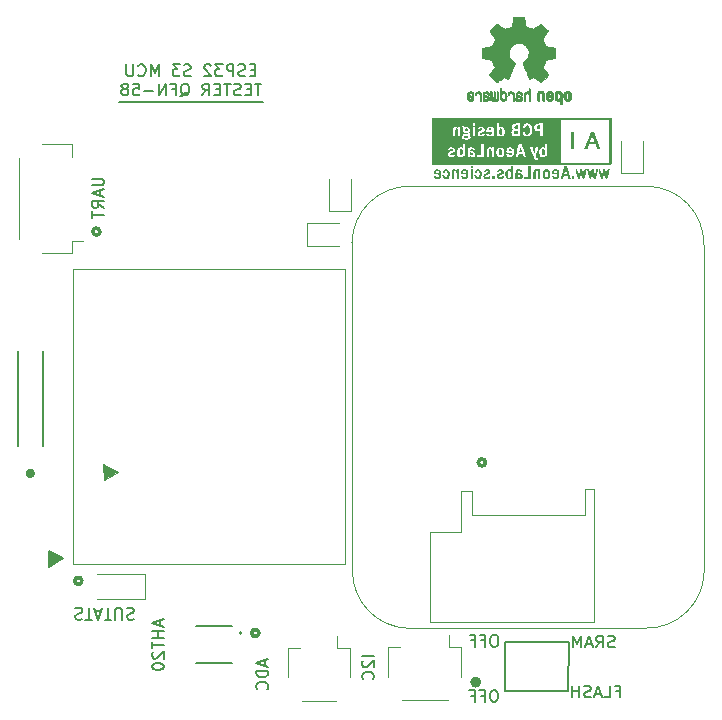
<source format=gbr>
%TF.GenerationSoftware,KiCad,Pcbnew,7.0.1*%
%TF.CreationDate,2023-04-07T20:32:22+02:00*%
%TF.ProjectId,ESP32 S3 MCU Socket,45535033-3220-4533-9320-4d435520536f,rev?*%
%TF.SameCoordinates,Original*%
%TF.FileFunction,Legend,Bot*%
%TF.FilePolarity,Positive*%
%FSLAX46Y46*%
G04 Gerber Fmt 4.6, Leading zero omitted, Abs format (unit mm)*
G04 Created by KiCad (PCBNEW 7.0.1) date 2023-04-07 20:32:22*
%MOMM*%
%LPD*%
G01*
G04 APERTURE LIST*
%ADD10C,0.300000*%
%ADD11C,0.150000*%
%ADD12C,0.200000*%
%ADD13C,0.127000*%
%ADD14C,0.120000*%
%ADD15C,0.010000*%
%ADD16C,0.381000*%
G04 APERTURE END LIST*
D10*
X160440000Y-118295000D02*
G75*
G03*
X160440000Y-118295000I-300000J0D01*
G01*
X126780000Y-109720000D02*
G75*
G03*
X126780000Y-109720000I-300000J0D01*
G01*
X128320000Y-80140000D02*
G75*
G03*
X128320000Y-80140000I-300000J0D01*
G01*
D11*
X129915000Y-69200000D02*
X142165000Y-69180000D01*
D10*
X141770000Y-114130000D02*
G75*
G03*
X141770000Y-114130000I-300000J0D01*
G01*
D11*
X125204179Y-107768278D02*
X124004179Y-108508278D01*
X123994179Y-107148278D01*
X125204179Y-107768278D01*
G36*
X125204179Y-107768278D02*
G01*
X124004179Y-108508278D01*
X123994179Y-107148278D01*
X125204179Y-107768278D01*
G37*
D10*
X160960000Y-99690000D02*
G75*
G03*
X160960000Y-99690000I-300000J0D01*
G01*
D11*
X161811428Y-114287619D02*
X161620952Y-114287619D01*
X161620952Y-114287619D02*
X161525714Y-114335238D01*
X161525714Y-114335238D02*
X161430476Y-114430476D01*
X161430476Y-114430476D02*
X161382857Y-114620952D01*
X161382857Y-114620952D02*
X161382857Y-114954285D01*
X161382857Y-114954285D02*
X161430476Y-115144761D01*
X161430476Y-115144761D02*
X161525714Y-115240000D01*
X161525714Y-115240000D02*
X161620952Y-115287619D01*
X161620952Y-115287619D02*
X161811428Y-115287619D01*
X161811428Y-115287619D02*
X161906666Y-115240000D01*
X161906666Y-115240000D02*
X162001904Y-115144761D01*
X162001904Y-115144761D02*
X162049523Y-114954285D01*
X162049523Y-114954285D02*
X162049523Y-114620952D01*
X162049523Y-114620952D02*
X162001904Y-114430476D01*
X162001904Y-114430476D02*
X161906666Y-114335238D01*
X161906666Y-114335238D02*
X161811428Y-114287619D01*
X160620952Y-114763809D02*
X160954285Y-114763809D01*
X160954285Y-115287619D02*
X160954285Y-114287619D01*
X160954285Y-114287619D02*
X160478095Y-114287619D01*
X159763809Y-114763809D02*
X160097142Y-114763809D01*
X160097142Y-115287619D02*
X160097142Y-114287619D01*
X160097142Y-114287619D02*
X159620952Y-114287619D01*
X161781428Y-118967619D02*
X161590952Y-118967619D01*
X161590952Y-118967619D02*
X161495714Y-119015238D01*
X161495714Y-119015238D02*
X161400476Y-119110476D01*
X161400476Y-119110476D02*
X161352857Y-119300952D01*
X161352857Y-119300952D02*
X161352857Y-119634285D01*
X161352857Y-119634285D02*
X161400476Y-119824761D01*
X161400476Y-119824761D02*
X161495714Y-119920000D01*
X161495714Y-119920000D02*
X161590952Y-119967619D01*
X161590952Y-119967619D02*
X161781428Y-119967619D01*
X161781428Y-119967619D02*
X161876666Y-119920000D01*
X161876666Y-119920000D02*
X161971904Y-119824761D01*
X161971904Y-119824761D02*
X162019523Y-119634285D01*
X162019523Y-119634285D02*
X162019523Y-119300952D01*
X162019523Y-119300952D02*
X161971904Y-119110476D01*
X161971904Y-119110476D02*
X161876666Y-119015238D01*
X161876666Y-119015238D02*
X161781428Y-118967619D01*
X160590952Y-119443809D02*
X160924285Y-119443809D01*
X160924285Y-119967619D02*
X160924285Y-118967619D01*
X160924285Y-118967619D02*
X160448095Y-118967619D01*
X159733809Y-119443809D02*
X160067142Y-119443809D01*
X160067142Y-119967619D02*
X160067142Y-118967619D01*
X160067142Y-118967619D02*
X159590952Y-118967619D01*
X126240476Y-112050000D02*
X126383333Y-112002380D01*
X126383333Y-112002380D02*
X126621428Y-112002380D01*
X126621428Y-112002380D02*
X126716666Y-112050000D01*
X126716666Y-112050000D02*
X126764285Y-112097619D01*
X126764285Y-112097619D02*
X126811904Y-112192857D01*
X126811904Y-112192857D02*
X126811904Y-112288095D01*
X126811904Y-112288095D02*
X126764285Y-112383333D01*
X126764285Y-112383333D02*
X126716666Y-112430952D01*
X126716666Y-112430952D02*
X126621428Y-112478571D01*
X126621428Y-112478571D02*
X126430952Y-112526190D01*
X126430952Y-112526190D02*
X126335714Y-112573809D01*
X126335714Y-112573809D02*
X126288095Y-112621428D01*
X126288095Y-112621428D02*
X126240476Y-112716666D01*
X126240476Y-112716666D02*
X126240476Y-112811904D01*
X126240476Y-112811904D02*
X126288095Y-112907142D01*
X126288095Y-112907142D02*
X126335714Y-112954761D01*
X126335714Y-112954761D02*
X126430952Y-113002380D01*
X126430952Y-113002380D02*
X126669047Y-113002380D01*
X126669047Y-113002380D02*
X126811904Y-112954761D01*
X127097619Y-113002380D02*
X127669047Y-113002380D01*
X127383333Y-112002380D02*
X127383333Y-113002380D01*
X127954762Y-112288095D02*
X128430952Y-112288095D01*
X127859524Y-112002380D02*
X128192857Y-113002380D01*
X128192857Y-113002380D02*
X128526190Y-112002380D01*
X128716667Y-113002380D02*
X129288095Y-113002380D01*
X129002381Y-112002380D02*
X129002381Y-113002380D01*
X129621429Y-113002380D02*
X129621429Y-112192857D01*
X129621429Y-112192857D02*
X129669048Y-112097619D01*
X129669048Y-112097619D02*
X129716667Y-112050000D01*
X129716667Y-112050000D02*
X129811905Y-112002380D01*
X129811905Y-112002380D02*
X130002381Y-112002380D01*
X130002381Y-112002380D02*
X130097619Y-112050000D01*
X130097619Y-112050000D02*
X130145238Y-112097619D01*
X130145238Y-112097619D02*
X130192857Y-112192857D01*
X130192857Y-112192857D02*
X130192857Y-113002380D01*
X130621429Y-112050000D02*
X130764286Y-112002380D01*
X130764286Y-112002380D02*
X131002381Y-112002380D01*
X131002381Y-112002380D02*
X131097619Y-112050000D01*
X131097619Y-112050000D02*
X131145238Y-112097619D01*
X131145238Y-112097619D02*
X131192857Y-112192857D01*
X131192857Y-112192857D02*
X131192857Y-112288095D01*
X131192857Y-112288095D02*
X131145238Y-112383333D01*
X131145238Y-112383333D02*
X131097619Y-112430952D01*
X131097619Y-112430952D02*
X131002381Y-112478571D01*
X131002381Y-112478571D02*
X130811905Y-112526190D01*
X130811905Y-112526190D02*
X130716667Y-112573809D01*
X130716667Y-112573809D02*
X130669048Y-112621428D01*
X130669048Y-112621428D02*
X130621429Y-112716666D01*
X130621429Y-112716666D02*
X130621429Y-112811904D01*
X130621429Y-112811904D02*
X130669048Y-112907142D01*
X130669048Y-112907142D02*
X130716667Y-112954761D01*
X130716667Y-112954761D02*
X130811905Y-113002380D01*
X130811905Y-113002380D02*
X131050000Y-113002380D01*
X131050000Y-113002380D02*
X131192857Y-112954761D01*
X151517619Y-116038095D02*
X150517619Y-116038095D01*
X150612857Y-116466666D02*
X150565238Y-116514285D01*
X150565238Y-116514285D02*
X150517619Y-116609523D01*
X150517619Y-116609523D02*
X150517619Y-116847618D01*
X150517619Y-116847618D02*
X150565238Y-116942856D01*
X150565238Y-116942856D02*
X150612857Y-116990475D01*
X150612857Y-116990475D02*
X150708095Y-117038094D01*
X150708095Y-117038094D02*
X150803333Y-117038094D01*
X150803333Y-117038094D02*
X150946190Y-116990475D01*
X150946190Y-116990475D02*
X151517619Y-116419047D01*
X151517619Y-116419047D02*
X151517619Y-117038094D01*
X151422380Y-118038094D02*
X151470000Y-117990475D01*
X151470000Y-117990475D02*
X151517619Y-117847618D01*
X151517619Y-117847618D02*
X151517619Y-117752380D01*
X151517619Y-117752380D02*
X151470000Y-117609523D01*
X151470000Y-117609523D02*
X151374761Y-117514285D01*
X151374761Y-117514285D02*
X151279523Y-117466666D01*
X151279523Y-117466666D02*
X151089047Y-117419047D01*
X151089047Y-117419047D02*
X150946190Y-117419047D01*
X150946190Y-117419047D02*
X150755714Y-117466666D01*
X150755714Y-117466666D02*
X150660476Y-117514285D01*
X150660476Y-117514285D02*
X150565238Y-117609523D01*
X150565238Y-117609523D02*
X150517619Y-117752380D01*
X150517619Y-117752380D02*
X150517619Y-117847618D01*
X150517619Y-117847618D02*
X150565238Y-117990475D01*
X150565238Y-117990475D02*
X150612857Y-118038094D01*
X171899523Y-115310000D02*
X171756666Y-115357619D01*
X171756666Y-115357619D02*
X171518571Y-115357619D01*
X171518571Y-115357619D02*
X171423333Y-115310000D01*
X171423333Y-115310000D02*
X171375714Y-115262380D01*
X171375714Y-115262380D02*
X171328095Y-115167142D01*
X171328095Y-115167142D02*
X171328095Y-115071904D01*
X171328095Y-115071904D02*
X171375714Y-114976666D01*
X171375714Y-114976666D02*
X171423333Y-114929047D01*
X171423333Y-114929047D02*
X171518571Y-114881428D01*
X171518571Y-114881428D02*
X171709047Y-114833809D01*
X171709047Y-114833809D02*
X171804285Y-114786190D01*
X171804285Y-114786190D02*
X171851904Y-114738571D01*
X171851904Y-114738571D02*
X171899523Y-114643333D01*
X171899523Y-114643333D02*
X171899523Y-114548095D01*
X171899523Y-114548095D02*
X171851904Y-114452857D01*
X171851904Y-114452857D02*
X171804285Y-114405238D01*
X171804285Y-114405238D02*
X171709047Y-114357619D01*
X171709047Y-114357619D02*
X171470952Y-114357619D01*
X171470952Y-114357619D02*
X171328095Y-114405238D01*
X170328095Y-115357619D02*
X170661428Y-114881428D01*
X170899523Y-115357619D02*
X170899523Y-114357619D01*
X170899523Y-114357619D02*
X170518571Y-114357619D01*
X170518571Y-114357619D02*
X170423333Y-114405238D01*
X170423333Y-114405238D02*
X170375714Y-114452857D01*
X170375714Y-114452857D02*
X170328095Y-114548095D01*
X170328095Y-114548095D02*
X170328095Y-114690952D01*
X170328095Y-114690952D02*
X170375714Y-114786190D01*
X170375714Y-114786190D02*
X170423333Y-114833809D01*
X170423333Y-114833809D02*
X170518571Y-114881428D01*
X170518571Y-114881428D02*
X170899523Y-114881428D01*
X169947142Y-115071904D02*
X169470952Y-115071904D01*
X170042380Y-115357619D02*
X169709047Y-114357619D01*
X169709047Y-114357619D02*
X169375714Y-115357619D01*
X169042380Y-115357619D02*
X169042380Y-114357619D01*
X169042380Y-114357619D02*
X168709047Y-115071904D01*
X168709047Y-115071904D02*
X168375714Y-114357619D01*
X168375714Y-114357619D02*
X168375714Y-115357619D01*
X142271904Y-116410476D02*
X142271904Y-116886666D01*
X142557619Y-116315238D02*
X141557619Y-116648571D01*
X141557619Y-116648571D02*
X142557619Y-116981904D01*
X142557619Y-117315238D02*
X141557619Y-117315238D01*
X141557619Y-117315238D02*
X141557619Y-117553333D01*
X141557619Y-117553333D02*
X141605238Y-117696190D01*
X141605238Y-117696190D02*
X141700476Y-117791428D01*
X141700476Y-117791428D02*
X141795714Y-117839047D01*
X141795714Y-117839047D02*
X141986190Y-117886666D01*
X141986190Y-117886666D02*
X142129047Y-117886666D01*
X142129047Y-117886666D02*
X142319523Y-117839047D01*
X142319523Y-117839047D02*
X142414761Y-117791428D01*
X142414761Y-117791428D02*
X142510000Y-117696190D01*
X142510000Y-117696190D02*
X142557619Y-117553333D01*
X142557619Y-117553333D02*
X142557619Y-117315238D01*
X142462380Y-118886666D02*
X142510000Y-118839047D01*
X142510000Y-118839047D02*
X142557619Y-118696190D01*
X142557619Y-118696190D02*
X142557619Y-118600952D01*
X142557619Y-118600952D02*
X142510000Y-118458095D01*
X142510000Y-118458095D02*
X142414761Y-118362857D01*
X142414761Y-118362857D02*
X142319523Y-118315238D01*
X142319523Y-118315238D02*
X142129047Y-118267619D01*
X142129047Y-118267619D02*
X141986190Y-118267619D01*
X141986190Y-118267619D02*
X141795714Y-118315238D01*
X141795714Y-118315238D02*
X141700476Y-118362857D01*
X141700476Y-118362857D02*
X141605238Y-118458095D01*
X141605238Y-118458095D02*
X141557619Y-118600952D01*
X141557619Y-118600952D02*
X141557619Y-118696190D01*
X141557619Y-118696190D02*
X141605238Y-118839047D01*
X141605238Y-118839047D02*
X141652857Y-118886666D01*
D12*
X141472380Y-66463809D02*
X141139047Y-66463809D01*
X140996190Y-66987619D02*
X141472380Y-66987619D01*
X141472380Y-66987619D02*
X141472380Y-65987619D01*
X141472380Y-65987619D02*
X140996190Y-65987619D01*
X140615237Y-66940000D02*
X140472380Y-66987619D01*
X140472380Y-66987619D02*
X140234285Y-66987619D01*
X140234285Y-66987619D02*
X140139047Y-66940000D01*
X140139047Y-66940000D02*
X140091428Y-66892380D01*
X140091428Y-66892380D02*
X140043809Y-66797142D01*
X140043809Y-66797142D02*
X140043809Y-66701904D01*
X140043809Y-66701904D02*
X140091428Y-66606666D01*
X140091428Y-66606666D02*
X140139047Y-66559047D01*
X140139047Y-66559047D02*
X140234285Y-66511428D01*
X140234285Y-66511428D02*
X140424761Y-66463809D01*
X140424761Y-66463809D02*
X140519999Y-66416190D01*
X140519999Y-66416190D02*
X140567618Y-66368571D01*
X140567618Y-66368571D02*
X140615237Y-66273333D01*
X140615237Y-66273333D02*
X140615237Y-66178095D01*
X140615237Y-66178095D02*
X140567618Y-66082857D01*
X140567618Y-66082857D02*
X140519999Y-66035238D01*
X140519999Y-66035238D02*
X140424761Y-65987619D01*
X140424761Y-65987619D02*
X140186666Y-65987619D01*
X140186666Y-65987619D02*
X140043809Y-66035238D01*
X139615237Y-66987619D02*
X139615237Y-65987619D01*
X139615237Y-65987619D02*
X139234285Y-65987619D01*
X139234285Y-65987619D02*
X139139047Y-66035238D01*
X139139047Y-66035238D02*
X139091428Y-66082857D01*
X139091428Y-66082857D02*
X139043809Y-66178095D01*
X139043809Y-66178095D02*
X139043809Y-66320952D01*
X139043809Y-66320952D02*
X139091428Y-66416190D01*
X139091428Y-66416190D02*
X139139047Y-66463809D01*
X139139047Y-66463809D02*
X139234285Y-66511428D01*
X139234285Y-66511428D02*
X139615237Y-66511428D01*
X138710475Y-65987619D02*
X138091428Y-65987619D01*
X138091428Y-65987619D02*
X138424761Y-66368571D01*
X138424761Y-66368571D02*
X138281904Y-66368571D01*
X138281904Y-66368571D02*
X138186666Y-66416190D01*
X138186666Y-66416190D02*
X138139047Y-66463809D01*
X138139047Y-66463809D02*
X138091428Y-66559047D01*
X138091428Y-66559047D02*
X138091428Y-66797142D01*
X138091428Y-66797142D02*
X138139047Y-66892380D01*
X138139047Y-66892380D02*
X138186666Y-66940000D01*
X138186666Y-66940000D02*
X138281904Y-66987619D01*
X138281904Y-66987619D02*
X138567618Y-66987619D01*
X138567618Y-66987619D02*
X138662856Y-66940000D01*
X138662856Y-66940000D02*
X138710475Y-66892380D01*
X137710475Y-66082857D02*
X137662856Y-66035238D01*
X137662856Y-66035238D02*
X137567618Y-65987619D01*
X137567618Y-65987619D02*
X137329523Y-65987619D01*
X137329523Y-65987619D02*
X137234285Y-66035238D01*
X137234285Y-66035238D02*
X137186666Y-66082857D01*
X137186666Y-66082857D02*
X137139047Y-66178095D01*
X137139047Y-66178095D02*
X137139047Y-66273333D01*
X137139047Y-66273333D02*
X137186666Y-66416190D01*
X137186666Y-66416190D02*
X137758094Y-66987619D01*
X137758094Y-66987619D02*
X137139047Y-66987619D01*
X135996189Y-66940000D02*
X135853332Y-66987619D01*
X135853332Y-66987619D02*
X135615237Y-66987619D01*
X135615237Y-66987619D02*
X135519999Y-66940000D01*
X135519999Y-66940000D02*
X135472380Y-66892380D01*
X135472380Y-66892380D02*
X135424761Y-66797142D01*
X135424761Y-66797142D02*
X135424761Y-66701904D01*
X135424761Y-66701904D02*
X135472380Y-66606666D01*
X135472380Y-66606666D02*
X135519999Y-66559047D01*
X135519999Y-66559047D02*
X135615237Y-66511428D01*
X135615237Y-66511428D02*
X135805713Y-66463809D01*
X135805713Y-66463809D02*
X135900951Y-66416190D01*
X135900951Y-66416190D02*
X135948570Y-66368571D01*
X135948570Y-66368571D02*
X135996189Y-66273333D01*
X135996189Y-66273333D02*
X135996189Y-66178095D01*
X135996189Y-66178095D02*
X135948570Y-66082857D01*
X135948570Y-66082857D02*
X135900951Y-66035238D01*
X135900951Y-66035238D02*
X135805713Y-65987619D01*
X135805713Y-65987619D02*
X135567618Y-65987619D01*
X135567618Y-65987619D02*
X135424761Y-66035238D01*
X135091427Y-65987619D02*
X134472380Y-65987619D01*
X134472380Y-65987619D02*
X134805713Y-66368571D01*
X134805713Y-66368571D02*
X134662856Y-66368571D01*
X134662856Y-66368571D02*
X134567618Y-66416190D01*
X134567618Y-66416190D02*
X134519999Y-66463809D01*
X134519999Y-66463809D02*
X134472380Y-66559047D01*
X134472380Y-66559047D02*
X134472380Y-66797142D01*
X134472380Y-66797142D02*
X134519999Y-66892380D01*
X134519999Y-66892380D02*
X134567618Y-66940000D01*
X134567618Y-66940000D02*
X134662856Y-66987619D01*
X134662856Y-66987619D02*
X134948570Y-66987619D01*
X134948570Y-66987619D02*
X135043808Y-66940000D01*
X135043808Y-66940000D02*
X135091427Y-66892380D01*
X133281903Y-66987619D02*
X133281903Y-65987619D01*
X133281903Y-65987619D02*
X132948570Y-66701904D01*
X132948570Y-66701904D02*
X132615237Y-65987619D01*
X132615237Y-65987619D02*
X132615237Y-66987619D01*
X131567618Y-66892380D02*
X131615237Y-66940000D01*
X131615237Y-66940000D02*
X131758094Y-66987619D01*
X131758094Y-66987619D02*
X131853332Y-66987619D01*
X131853332Y-66987619D02*
X131996189Y-66940000D01*
X131996189Y-66940000D02*
X132091427Y-66844761D01*
X132091427Y-66844761D02*
X132139046Y-66749523D01*
X132139046Y-66749523D02*
X132186665Y-66559047D01*
X132186665Y-66559047D02*
X132186665Y-66416190D01*
X132186665Y-66416190D02*
X132139046Y-66225714D01*
X132139046Y-66225714D02*
X132091427Y-66130476D01*
X132091427Y-66130476D02*
X131996189Y-66035238D01*
X131996189Y-66035238D02*
X131853332Y-65987619D01*
X131853332Y-65987619D02*
X131758094Y-65987619D01*
X131758094Y-65987619D02*
X131615237Y-66035238D01*
X131615237Y-66035238D02*
X131567618Y-66082857D01*
X131139046Y-65987619D02*
X131139046Y-66797142D01*
X131139046Y-66797142D02*
X131091427Y-66892380D01*
X131091427Y-66892380D02*
X131043808Y-66940000D01*
X131043808Y-66940000D02*
X130948570Y-66987619D01*
X130948570Y-66987619D02*
X130758094Y-66987619D01*
X130758094Y-66987619D02*
X130662856Y-66940000D01*
X130662856Y-66940000D02*
X130615237Y-66892380D01*
X130615237Y-66892380D02*
X130567618Y-66797142D01*
X130567618Y-66797142D02*
X130567618Y-65987619D01*
X141996190Y-67607619D02*
X141424762Y-67607619D01*
X141710476Y-68607619D02*
X141710476Y-67607619D01*
X141091428Y-68083809D02*
X140758095Y-68083809D01*
X140615238Y-68607619D02*
X141091428Y-68607619D01*
X141091428Y-68607619D02*
X141091428Y-67607619D01*
X141091428Y-67607619D02*
X140615238Y-67607619D01*
X140234285Y-68560000D02*
X140091428Y-68607619D01*
X140091428Y-68607619D02*
X139853333Y-68607619D01*
X139853333Y-68607619D02*
X139758095Y-68560000D01*
X139758095Y-68560000D02*
X139710476Y-68512380D01*
X139710476Y-68512380D02*
X139662857Y-68417142D01*
X139662857Y-68417142D02*
X139662857Y-68321904D01*
X139662857Y-68321904D02*
X139710476Y-68226666D01*
X139710476Y-68226666D02*
X139758095Y-68179047D01*
X139758095Y-68179047D02*
X139853333Y-68131428D01*
X139853333Y-68131428D02*
X140043809Y-68083809D01*
X140043809Y-68083809D02*
X140139047Y-68036190D01*
X140139047Y-68036190D02*
X140186666Y-67988571D01*
X140186666Y-67988571D02*
X140234285Y-67893333D01*
X140234285Y-67893333D02*
X140234285Y-67798095D01*
X140234285Y-67798095D02*
X140186666Y-67702857D01*
X140186666Y-67702857D02*
X140139047Y-67655238D01*
X140139047Y-67655238D02*
X140043809Y-67607619D01*
X140043809Y-67607619D02*
X139805714Y-67607619D01*
X139805714Y-67607619D02*
X139662857Y-67655238D01*
X139377142Y-67607619D02*
X138805714Y-67607619D01*
X139091428Y-68607619D02*
X139091428Y-67607619D01*
X138472380Y-68083809D02*
X138139047Y-68083809D01*
X137996190Y-68607619D02*
X138472380Y-68607619D01*
X138472380Y-68607619D02*
X138472380Y-67607619D01*
X138472380Y-67607619D02*
X137996190Y-67607619D01*
X136996190Y-68607619D02*
X137329523Y-68131428D01*
X137567618Y-68607619D02*
X137567618Y-67607619D01*
X137567618Y-67607619D02*
X137186666Y-67607619D01*
X137186666Y-67607619D02*
X137091428Y-67655238D01*
X137091428Y-67655238D02*
X137043809Y-67702857D01*
X137043809Y-67702857D02*
X136996190Y-67798095D01*
X136996190Y-67798095D02*
X136996190Y-67940952D01*
X136996190Y-67940952D02*
X137043809Y-68036190D01*
X137043809Y-68036190D02*
X137091428Y-68083809D01*
X137091428Y-68083809D02*
X137186666Y-68131428D01*
X137186666Y-68131428D02*
X137567618Y-68131428D01*
X135139047Y-68702857D02*
X135234285Y-68655238D01*
X135234285Y-68655238D02*
X135329523Y-68560000D01*
X135329523Y-68560000D02*
X135472380Y-68417142D01*
X135472380Y-68417142D02*
X135567618Y-68369523D01*
X135567618Y-68369523D02*
X135662856Y-68369523D01*
X135615237Y-68607619D02*
X135710475Y-68560000D01*
X135710475Y-68560000D02*
X135805713Y-68464761D01*
X135805713Y-68464761D02*
X135853332Y-68274285D01*
X135853332Y-68274285D02*
X135853332Y-67940952D01*
X135853332Y-67940952D02*
X135805713Y-67750476D01*
X135805713Y-67750476D02*
X135710475Y-67655238D01*
X135710475Y-67655238D02*
X135615237Y-67607619D01*
X135615237Y-67607619D02*
X135424761Y-67607619D01*
X135424761Y-67607619D02*
X135329523Y-67655238D01*
X135329523Y-67655238D02*
X135234285Y-67750476D01*
X135234285Y-67750476D02*
X135186666Y-67940952D01*
X135186666Y-67940952D02*
X135186666Y-68274285D01*
X135186666Y-68274285D02*
X135234285Y-68464761D01*
X135234285Y-68464761D02*
X135329523Y-68560000D01*
X135329523Y-68560000D02*
X135424761Y-68607619D01*
X135424761Y-68607619D02*
X135615237Y-68607619D01*
X134424761Y-68083809D02*
X134758094Y-68083809D01*
X134758094Y-68607619D02*
X134758094Y-67607619D01*
X134758094Y-67607619D02*
X134281904Y-67607619D01*
X133900951Y-68607619D02*
X133900951Y-67607619D01*
X133900951Y-67607619D02*
X133329523Y-68607619D01*
X133329523Y-68607619D02*
X133329523Y-67607619D01*
X132853332Y-68226666D02*
X132091428Y-68226666D01*
X131139047Y-67607619D02*
X131615237Y-67607619D01*
X131615237Y-67607619D02*
X131662856Y-68083809D01*
X131662856Y-68083809D02*
X131615237Y-68036190D01*
X131615237Y-68036190D02*
X131519999Y-67988571D01*
X131519999Y-67988571D02*
X131281904Y-67988571D01*
X131281904Y-67988571D02*
X131186666Y-68036190D01*
X131186666Y-68036190D02*
X131139047Y-68083809D01*
X131139047Y-68083809D02*
X131091428Y-68179047D01*
X131091428Y-68179047D02*
X131091428Y-68417142D01*
X131091428Y-68417142D02*
X131139047Y-68512380D01*
X131139047Y-68512380D02*
X131186666Y-68560000D01*
X131186666Y-68560000D02*
X131281904Y-68607619D01*
X131281904Y-68607619D02*
X131519999Y-68607619D01*
X131519999Y-68607619D02*
X131615237Y-68560000D01*
X131615237Y-68560000D02*
X131662856Y-68512380D01*
X130519999Y-68036190D02*
X130615237Y-67988571D01*
X130615237Y-67988571D02*
X130662856Y-67940952D01*
X130662856Y-67940952D02*
X130710475Y-67845714D01*
X130710475Y-67845714D02*
X130710475Y-67798095D01*
X130710475Y-67798095D02*
X130662856Y-67702857D01*
X130662856Y-67702857D02*
X130615237Y-67655238D01*
X130615237Y-67655238D02*
X130519999Y-67607619D01*
X130519999Y-67607619D02*
X130329523Y-67607619D01*
X130329523Y-67607619D02*
X130234285Y-67655238D01*
X130234285Y-67655238D02*
X130186666Y-67702857D01*
X130186666Y-67702857D02*
X130139047Y-67798095D01*
X130139047Y-67798095D02*
X130139047Y-67845714D01*
X130139047Y-67845714D02*
X130186666Y-67940952D01*
X130186666Y-67940952D02*
X130234285Y-67988571D01*
X130234285Y-67988571D02*
X130329523Y-68036190D01*
X130329523Y-68036190D02*
X130519999Y-68036190D01*
X130519999Y-68036190D02*
X130615237Y-68083809D01*
X130615237Y-68083809D02*
X130662856Y-68131428D01*
X130662856Y-68131428D02*
X130710475Y-68226666D01*
X130710475Y-68226666D02*
X130710475Y-68417142D01*
X130710475Y-68417142D02*
X130662856Y-68512380D01*
X130662856Y-68512380D02*
X130615237Y-68560000D01*
X130615237Y-68560000D02*
X130519999Y-68607619D01*
X130519999Y-68607619D02*
X130329523Y-68607619D01*
X130329523Y-68607619D02*
X130234285Y-68560000D01*
X130234285Y-68560000D02*
X130186666Y-68512380D01*
X130186666Y-68512380D02*
X130139047Y-68417142D01*
X130139047Y-68417142D02*
X130139047Y-68226666D01*
X130139047Y-68226666D02*
X130186666Y-68131428D01*
X130186666Y-68131428D02*
X130234285Y-68083809D01*
X130234285Y-68083809D02*
X130329523Y-68036190D01*
D11*
X172038571Y-119063809D02*
X172371904Y-119063809D01*
X172371904Y-119587619D02*
X172371904Y-118587619D01*
X172371904Y-118587619D02*
X171895714Y-118587619D01*
X171038571Y-119587619D02*
X171514761Y-119587619D01*
X171514761Y-119587619D02*
X171514761Y-118587619D01*
X170752856Y-119301904D02*
X170276666Y-119301904D01*
X170848094Y-119587619D02*
X170514761Y-118587619D01*
X170514761Y-118587619D02*
X170181428Y-119587619D01*
X169895713Y-119540000D02*
X169752856Y-119587619D01*
X169752856Y-119587619D02*
X169514761Y-119587619D01*
X169514761Y-119587619D02*
X169419523Y-119540000D01*
X169419523Y-119540000D02*
X169371904Y-119492380D01*
X169371904Y-119492380D02*
X169324285Y-119397142D01*
X169324285Y-119397142D02*
X169324285Y-119301904D01*
X169324285Y-119301904D02*
X169371904Y-119206666D01*
X169371904Y-119206666D02*
X169419523Y-119159047D01*
X169419523Y-119159047D02*
X169514761Y-119111428D01*
X169514761Y-119111428D02*
X169705237Y-119063809D01*
X169705237Y-119063809D02*
X169800475Y-119016190D01*
X169800475Y-119016190D02*
X169848094Y-118968571D01*
X169848094Y-118968571D02*
X169895713Y-118873333D01*
X169895713Y-118873333D02*
X169895713Y-118778095D01*
X169895713Y-118778095D02*
X169848094Y-118682857D01*
X169848094Y-118682857D02*
X169800475Y-118635238D01*
X169800475Y-118635238D02*
X169705237Y-118587619D01*
X169705237Y-118587619D02*
X169467142Y-118587619D01*
X169467142Y-118587619D02*
X169324285Y-118635238D01*
X168895713Y-119587619D02*
X168895713Y-118587619D01*
X168895713Y-119063809D02*
X168324285Y-119063809D01*
X168324285Y-119587619D02*
X168324285Y-118587619D01*
X127647619Y-75668095D02*
X128457142Y-75668095D01*
X128457142Y-75668095D02*
X128552380Y-75715714D01*
X128552380Y-75715714D02*
X128600000Y-75763333D01*
X128600000Y-75763333D02*
X128647619Y-75858571D01*
X128647619Y-75858571D02*
X128647619Y-76049047D01*
X128647619Y-76049047D02*
X128600000Y-76144285D01*
X128600000Y-76144285D02*
X128552380Y-76191904D01*
X128552380Y-76191904D02*
X128457142Y-76239523D01*
X128457142Y-76239523D02*
X127647619Y-76239523D01*
X128361904Y-76668095D02*
X128361904Y-77144285D01*
X128647619Y-76572857D02*
X127647619Y-76906190D01*
X127647619Y-76906190D02*
X128647619Y-77239523D01*
X128647619Y-78144285D02*
X128171428Y-77810952D01*
X128647619Y-77572857D02*
X127647619Y-77572857D01*
X127647619Y-77572857D02*
X127647619Y-77953809D01*
X127647619Y-77953809D02*
X127695238Y-78049047D01*
X127695238Y-78049047D02*
X127742857Y-78096666D01*
X127742857Y-78096666D02*
X127838095Y-78144285D01*
X127838095Y-78144285D02*
X127980952Y-78144285D01*
X127980952Y-78144285D02*
X128076190Y-78096666D01*
X128076190Y-78096666D02*
X128123809Y-78049047D01*
X128123809Y-78049047D02*
X128171428Y-77953809D01*
X128171428Y-77953809D02*
X128171428Y-77572857D01*
X127647619Y-78430000D02*
X127647619Y-79001428D01*
X128647619Y-78715714D02*
X127647619Y-78715714D01*
X133441904Y-113060476D02*
X133441904Y-113536666D01*
X133727619Y-112965238D02*
X132727619Y-113298571D01*
X132727619Y-113298571D02*
X133727619Y-113631904D01*
X133727619Y-113965238D02*
X132727619Y-113965238D01*
X133203809Y-113965238D02*
X133203809Y-114536666D01*
X133727619Y-114536666D02*
X132727619Y-114536666D01*
X132727619Y-114870000D02*
X132727619Y-115441428D01*
X133727619Y-115155714D02*
X132727619Y-115155714D01*
X132822857Y-115727143D02*
X132775238Y-115774762D01*
X132775238Y-115774762D02*
X132727619Y-115870000D01*
X132727619Y-115870000D02*
X132727619Y-116108095D01*
X132727619Y-116108095D02*
X132775238Y-116203333D01*
X132775238Y-116203333D02*
X132822857Y-116250952D01*
X132822857Y-116250952D02*
X132918095Y-116298571D01*
X132918095Y-116298571D02*
X133013333Y-116298571D01*
X133013333Y-116298571D02*
X133156190Y-116250952D01*
X133156190Y-116250952D02*
X133727619Y-115679524D01*
X133727619Y-115679524D02*
X133727619Y-116298571D01*
X132727619Y-116917619D02*
X132727619Y-117012857D01*
X132727619Y-117012857D02*
X132775238Y-117108095D01*
X132775238Y-117108095D02*
X132822857Y-117155714D01*
X132822857Y-117155714D02*
X132918095Y-117203333D01*
X132918095Y-117203333D02*
X133108571Y-117250952D01*
X133108571Y-117250952D02*
X133346666Y-117250952D01*
X133346666Y-117250952D02*
X133537142Y-117203333D01*
X133537142Y-117203333D02*
X133632380Y-117155714D01*
X133632380Y-117155714D02*
X133680000Y-117108095D01*
X133680000Y-117108095D02*
X133727619Y-117012857D01*
X133727619Y-117012857D02*
X133727619Y-116917619D01*
X133727619Y-116917619D02*
X133680000Y-116822381D01*
X133680000Y-116822381D02*
X133632380Y-116774762D01*
X133632380Y-116774762D02*
X133537142Y-116727143D01*
X133537142Y-116727143D02*
X133346666Y-116679524D01*
X133346666Y-116679524D02*
X133108571Y-116679524D01*
X133108571Y-116679524D02*
X132918095Y-116727143D01*
X132918095Y-116727143D02*
X132822857Y-116774762D01*
X132822857Y-116774762D02*
X132775238Y-116822381D01*
X132775238Y-116822381D02*
X132727619Y-116917619D01*
%TO.C,G\u002A\u002A\u002A*%
G36*
X168496167Y-75678834D02*
G01*
X168305667Y-75678834D01*
X168305667Y-75467167D01*
X168496167Y-75467167D01*
X168496167Y-75678834D01*
G37*
G36*
X161744000Y-75678834D02*
G01*
X161553500Y-75678834D01*
X161553500Y-75467167D01*
X161744000Y-75467167D01*
X161744000Y-75678834D01*
G37*
G36*
X159902500Y-75678834D02*
G01*
X159712000Y-75678834D01*
X159712000Y-74853334D01*
X159902500Y-74853334D01*
X159902500Y-75678834D01*
G37*
G36*
X159902500Y-74768667D02*
G01*
X159712000Y-74768667D01*
X159712000Y-74557000D01*
X159902500Y-74557000D01*
X159902500Y-74768667D01*
G37*
G36*
X168496730Y-73117667D02*
G01*
X168220437Y-73117667D01*
X168226011Y-72403292D01*
X168231584Y-71688917D01*
X168485584Y-71688917D01*
X168496730Y-73117667D01*
G37*
G36*
X164792000Y-75678834D02*
G01*
X164220500Y-75678834D01*
X164220500Y-75530667D01*
X164601500Y-75530667D01*
X164601500Y-74578167D01*
X164792000Y-74578167D01*
X164792000Y-75678834D01*
G37*
G36*
X163712500Y-71424334D02*
G01*
X163603042Y-71424334D01*
X163547877Y-71421460D01*
X163472512Y-71399880D01*
X163429705Y-71355103D01*
X163416167Y-71284670D01*
X163418790Y-71254388D01*
X163448697Y-71195550D01*
X163512618Y-71160667D01*
X163611377Y-71149167D01*
X163712500Y-71149167D01*
X163712500Y-71424334D01*
G37*
G36*
X163712500Y-71916255D02*
G01*
X163582352Y-71906841D01*
X163516040Y-71898229D01*
X163435298Y-71868442D01*
X163388765Y-71817541D01*
X163373834Y-71743480D01*
X163378923Y-71699713D01*
X163413890Y-71640407D01*
X163482747Y-71605254D01*
X163586325Y-71593667D01*
X163712500Y-71593667D01*
X163712500Y-71916255D01*
G37*
G36*
X165596334Y-71487834D02*
G01*
X165490500Y-71487834D01*
X165456598Y-71486963D01*
X165388305Y-71474854D01*
X165342334Y-71445500D01*
X165325758Y-71424779D01*
X165302336Y-71355391D01*
X165308406Y-71276980D01*
X165343870Y-71204938D01*
X165344457Y-71204194D01*
X165379590Y-71169429D01*
X165423212Y-71153184D01*
X165492037Y-71149167D01*
X165596334Y-71149167D01*
X165596334Y-71487834D01*
G37*
G36*
X159424739Y-71394095D02*
G01*
X159440812Y-71419052D01*
X159455768Y-71481802D01*
X159454519Y-71553890D01*
X159436089Y-71616225D01*
X159411603Y-71642142D01*
X159352167Y-71657167D01*
X159345275Y-71657018D01*
X159289300Y-71638460D01*
X159256823Y-71587303D01*
X159246334Y-71501320D01*
X159249406Y-71465967D01*
X159274623Y-71404010D01*
X159318074Y-71367878D01*
X159371024Y-71362824D01*
X159424739Y-71394095D01*
G37*
G36*
X163057999Y-73138843D02*
G01*
X163119080Y-73158512D01*
X163165133Y-73206856D01*
X163183334Y-73270543D01*
X163181740Y-73283360D01*
X163166667Y-73298980D01*
X163127967Y-73306330D01*
X163056334Y-73308167D01*
X163054968Y-73308167D01*
X162985116Y-73306951D01*
X162947509Y-73300656D01*
X162932224Y-73285266D01*
X162929334Y-73256762D01*
X162942240Y-73201982D01*
X162987281Y-73155915D01*
X163056646Y-73138834D01*
X163057999Y-73138843D01*
G37*
G36*
X159758087Y-73435741D02*
G01*
X159837387Y-73456189D01*
X159885989Y-73505026D01*
X159902500Y-73581006D01*
X159902327Y-73593688D01*
X159897587Y-73646424D01*
X159888389Y-73675056D01*
X159863748Y-73684518D01*
X159815842Y-73689167D01*
X159782100Y-73683442D01*
X159725507Y-73646130D01*
X159685094Y-73583445D01*
X159669667Y-73506396D01*
X159673025Y-73459361D01*
X159691880Y-73439024D01*
X159739041Y-73435167D01*
X159758087Y-73435741D01*
G37*
G36*
X159434071Y-72041037D02*
G01*
X159488019Y-72051015D01*
X159511281Y-72074042D01*
X159521119Y-72120682D01*
X159512037Y-72170761D01*
X159484459Y-72205805D01*
X159464091Y-72214811D01*
X159394793Y-72227362D01*
X159312819Y-72226850D01*
X159236080Y-72214193D01*
X159182490Y-72190311D01*
X159158636Y-72164945D01*
X159146090Y-72117789D01*
X159170372Y-72076829D01*
X159228439Y-72051271D01*
X159273119Y-72044360D01*
X159356456Y-72038825D01*
X159434071Y-72041037D01*
G37*
G36*
X163966500Y-73002457D02*
G01*
X163967669Y-73011018D01*
X163977393Y-73054531D01*
X163994836Y-73123589D01*
X164017415Y-73207774D01*
X164068330Y-73392834D01*
X163953915Y-73392834D01*
X163907866Y-73391053D01*
X163858621Y-73383451D01*
X163839500Y-73371903D01*
X163840929Y-73358077D01*
X163851660Y-73307431D01*
X163869934Y-73237128D01*
X163892203Y-73159315D01*
X163914917Y-73086142D01*
X163934527Y-73029757D01*
X163947483Y-73002309D01*
X163956973Y-72994276D01*
X163966500Y-73002457D01*
G37*
G36*
X161383325Y-71383930D02*
G01*
X161433672Y-71412159D01*
X161473689Y-71462392D01*
X161490000Y-71519584D01*
X161489998Y-71521438D01*
X161486944Y-71549991D01*
X161471386Y-71565257D01*
X161433386Y-71571380D01*
X161363000Y-71572500D01*
X161343892Y-71572489D01*
X161281723Y-71570935D01*
X161249670Y-71563299D01*
X161237755Y-71544686D01*
X161236000Y-71510200D01*
X161236001Y-71509890D01*
X161255110Y-71447295D01*
X161303356Y-71400437D01*
X161367710Y-71382000D01*
X161383325Y-71383930D01*
G37*
G36*
X162277782Y-71405019D02*
G01*
X162325531Y-71425695D01*
X162356777Y-71473167D01*
X162373830Y-71552247D01*
X162379000Y-71667750D01*
X162376387Y-71759687D01*
X162365765Y-71837416D01*
X162346050Y-71885290D01*
X162340236Y-71892824D01*
X162287651Y-71926408D01*
X162223623Y-71928242D01*
X162163709Y-71897303D01*
X162144572Y-71872889D01*
X162132551Y-71834641D01*
X162126601Y-71773490D01*
X162125000Y-71679763D01*
X162126709Y-71601685D01*
X162137595Y-71507222D01*
X162160552Y-71446030D01*
X162197911Y-71413037D01*
X162252000Y-71403167D01*
X162277782Y-71405019D01*
G37*
G36*
X162265562Y-73142309D02*
G01*
X162309426Y-73165673D01*
X162337873Y-73215378D01*
X162353232Y-73296470D01*
X162357834Y-73414000D01*
X162357827Y-73419925D01*
X162354321Y-73526026D01*
X162343684Y-73597710D01*
X162324884Y-73642124D01*
X162295759Y-73670525D01*
X162230834Y-73689167D01*
X162196106Y-73685691D01*
X162152242Y-73662327D01*
X162123795Y-73612623D01*
X162108436Y-73531530D01*
X162103834Y-73414000D01*
X162105438Y-73338756D01*
X162116221Y-73243717D01*
X162139162Y-73182083D01*
X162176589Y-73148804D01*
X162230834Y-73138834D01*
X162265562Y-73142309D01*
G37*
G36*
X165899702Y-73149911D02*
G01*
X165956540Y-73197031D01*
X165965574Y-73209007D01*
X165984544Y-73242748D01*
X165994569Y-73284418D01*
X165997482Y-73345439D01*
X165995118Y-73437232D01*
X165988321Y-73533917D01*
X165975739Y-73611784D01*
X165958867Y-73654201D01*
X165946199Y-73666411D01*
X165891233Y-73687087D01*
X165828217Y-73679546D01*
X165774295Y-73644673D01*
X165768523Y-73637186D01*
X165746521Y-73580261D01*
X165733698Y-73498109D01*
X165730057Y-73404038D01*
X165735599Y-73311360D01*
X165750326Y-73233383D01*
X165774239Y-73183419D01*
X165780864Y-73176484D01*
X165838967Y-73142899D01*
X165899702Y-73149911D01*
G37*
G36*
X158935869Y-73149911D02*
G01*
X158992706Y-73197031D01*
X159001741Y-73209007D01*
X159020711Y-73242748D01*
X159030735Y-73284418D01*
X159033648Y-73345439D01*
X159031284Y-73437232D01*
X159024487Y-73533917D01*
X159011906Y-73611784D01*
X158995034Y-73654201D01*
X158982365Y-73666411D01*
X158927400Y-73687087D01*
X158864384Y-73679546D01*
X158810462Y-73644673D01*
X158804690Y-73637186D01*
X158782687Y-73580261D01*
X158769864Y-73498109D01*
X158766223Y-73404038D01*
X158771766Y-73311360D01*
X158786493Y-73233383D01*
X158810406Y-73183419D01*
X158817031Y-73176484D01*
X158875133Y-73142899D01*
X158935869Y-73149911D01*
G37*
G36*
X165316745Y-74849213D02*
G01*
X165387292Y-74887459D01*
X165407270Y-74904813D01*
X165423831Y-74911269D01*
X165427000Y-74888364D01*
X165432570Y-74869767D01*
X165461095Y-74856873D01*
X165522250Y-74853334D01*
X165617500Y-74853334D01*
X165617500Y-75678834D01*
X165430124Y-75678834D01*
X165423270Y-75369998D01*
X165422377Y-75330581D01*
X165419316Y-75220915D01*
X165415329Y-75144166D01*
X165409233Y-75093055D01*
X165399844Y-75060301D01*
X165385977Y-75038625D01*
X165366447Y-75020748D01*
X165362085Y-75017240D01*
X165316602Y-74986782D01*
X165283895Y-74985878D01*
X165248596Y-75013595D01*
X165244527Y-75018142D01*
X165232351Y-75041843D01*
X165223968Y-75081599D01*
X165218754Y-75143975D01*
X165216085Y-75235536D01*
X165215334Y-75362845D01*
X165215334Y-75678834D01*
X165024834Y-75678834D01*
X165024952Y-75366625D01*
X165025194Y-75301803D01*
X165028210Y-75161890D01*
X165035669Y-75056255D01*
X165048820Y-74979160D01*
X165068914Y-74924864D01*
X165097200Y-74887628D01*
X165134929Y-74861713D01*
X165146440Y-74856260D01*
X165230425Y-74838198D01*
X165316745Y-74849213D01*
G37*
G36*
X158416412Y-74849213D02*
G01*
X158486959Y-74887459D01*
X158506937Y-74904813D01*
X158523498Y-74911269D01*
X158526667Y-74888364D01*
X158532237Y-74869767D01*
X158560762Y-74856873D01*
X158621917Y-74853334D01*
X158717167Y-74853334D01*
X158717167Y-75678834D01*
X158529790Y-75678834D01*
X158522937Y-75369998D01*
X158522044Y-75330581D01*
X158518982Y-75220915D01*
X158514996Y-75144166D01*
X158508900Y-75093055D01*
X158499511Y-75060301D01*
X158485644Y-75038625D01*
X158466114Y-75020748D01*
X158461752Y-75017240D01*
X158416269Y-74986782D01*
X158383562Y-74985878D01*
X158348262Y-75013595D01*
X158344194Y-75018142D01*
X158332017Y-75041843D01*
X158323635Y-75081599D01*
X158318421Y-75143975D01*
X158315751Y-75235536D01*
X158315000Y-75362845D01*
X158315000Y-75678834D01*
X158124500Y-75678834D01*
X158124619Y-75366625D01*
X158124861Y-75301803D01*
X158127877Y-75161890D01*
X158135336Y-75056255D01*
X158148487Y-74979160D01*
X158168580Y-74924864D01*
X158196867Y-74887628D01*
X158234596Y-74861713D01*
X158246107Y-74856260D01*
X158330092Y-74838198D01*
X158416412Y-74849213D01*
G37*
G36*
X168038303Y-75218459D02*
G01*
X168172008Y-75680881D01*
X168076476Y-75674566D01*
X167980943Y-75668250D01*
X167947402Y-75541250D01*
X167913860Y-75414250D01*
X167597431Y-75414250D01*
X167566868Y-75546542D01*
X167536306Y-75678834D01*
X167432727Y-75678834D01*
X167389851Y-75678388D01*
X167350502Y-75673642D01*
X167338416Y-75659575D01*
X167344353Y-75631209D01*
X167349609Y-75613195D01*
X167365370Y-75556122D01*
X167389079Y-75468591D01*
X167419041Y-75356893D01*
X167452166Y-75232568D01*
X167649500Y-75232568D01*
X167654582Y-75240112D01*
X167691369Y-75251292D01*
X167755334Y-75255500D01*
X167764480Y-75255473D01*
X167824646Y-75252176D01*
X167853469Y-75240975D01*
X167860645Y-75218459D01*
X167859813Y-75205607D01*
X167851183Y-75153458D01*
X167835464Y-75084904D01*
X167815448Y-75009548D01*
X167793928Y-74936993D01*
X167773699Y-74876842D01*
X167757552Y-74838699D01*
X167748283Y-74832167D01*
X167741474Y-74852686D01*
X167725637Y-74908815D01*
X167706078Y-74983728D01*
X167685741Y-75065493D01*
X167667570Y-75142177D01*
X167654509Y-75201846D01*
X167649500Y-75232568D01*
X167452166Y-75232568D01*
X167453564Y-75227321D01*
X167490958Y-75086167D01*
X167622356Y-74588750D01*
X167737494Y-74582530D01*
X167852633Y-74576309D01*
X168012320Y-75128595D01*
X168038303Y-75218459D01*
G37*
G36*
X160455660Y-74860864D02*
G01*
X160541325Y-74913493D01*
X160601210Y-74997214D01*
X160636431Y-75113632D01*
X160648109Y-75264351D01*
X160644278Y-75363913D01*
X160620728Y-75497045D01*
X160575381Y-75595316D01*
X160507840Y-75659846D01*
X160456677Y-75682077D01*
X160361633Y-75698351D01*
X160261886Y-75693781D01*
X160176974Y-75667892D01*
X160140310Y-75643360D01*
X160080069Y-75565483D01*
X160040951Y-75451292D01*
X160026137Y-75382500D01*
X160123069Y-75382500D01*
X160181458Y-75385205D01*
X160212034Y-75396447D01*
X160220000Y-75420124D01*
X160220423Y-75429111D01*
X160241479Y-75487386D01*
X160284784Y-75533246D01*
X160337129Y-75551834D01*
X160339397Y-75551813D01*
X160394810Y-75533959D01*
X160433438Y-75481547D01*
X160456051Y-75392835D01*
X160463417Y-75266084D01*
X160455997Y-75139466D01*
X160433126Y-75050104D01*
X160394176Y-74997537D01*
X160338521Y-74980334D01*
X160298893Y-74987054D01*
X160255347Y-75024750D01*
X160229117Y-75098793D01*
X160224434Y-75119790D01*
X160210668Y-75146591D01*
X160180844Y-75155398D01*
X160121965Y-75152758D01*
X160080331Y-75149031D01*
X160044386Y-75140192D01*
X160034533Y-75119721D01*
X160040969Y-75078649D01*
X160081429Y-74972078D01*
X160150009Y-74893699D01*
X160241579Y-74847819D01*
X160351089Y-74838349D01*
X160455660Y-74860864D01*
G37*
G36*
X157746327Y-74860864D02*
G01*
X157831992Y-74913493D01*
X157891876Y-74997214D01*
X157927098Y-75113632D01*
X157938776Y-75264351D01*
X157934945Y-75363913D01*
X157911394Y-75497045D01*
X157866047Y-75595316D01*
X157798507Y-75659846D01*
X157747344Y-75682077D01*
X157652300Y-75698351D01*
X157552553Y-75693781D01*
X157467641Y-75667892D01*
X157430977Y-75643360D01*
X157370735Y-75565483D01*
X157331618Y-75451292D01*
X157316804Y-75382500D01*
X157413735Y-75382500D01*
X157472125Y-75385205D01*
X157502701Y-75396447D01*
X157510667Y-75420124D01*
X157511090Y-75429111D01*
X157532145Y-75487386D01*
X157575451Y-75533246D01*
X157627796Y-75551834D01*
X157630063Y-75551813D01*
X157685476Y-75533959D01*
X157724105Y-75481547D01*
X157746717Y-75392835D01*
X157754084Y-75266084D01*
X157746664Y-75139466D01*
X157723792Y-75050104D01*
X157684842Y-74997537D01*
X157629188Y-74980334D01*
X157589559Y-74987054D01*
X157546014Y-75024750D01*
X157519784Y-75098793D01*
X157515101Y-75119790D01*
X157501335Y-75146591D01*
X157471510Y-75155398D01*
X157412632Y-75152758D01*
X157370998Y-75149031D01*
X157335053Y-75140192D01*
X157325199Y-75119721D01*
X157331635Y-75078649D01*
X157372096Y-74972078D01*
X157440676Y-74893699D01*
X157532246Y-74847819D01*
X157641756Y-74838349D01*
X157746327Y-74860864D01*
G37*
G36*
X163289167Y-75209247D02*
G01*
X163289167Y-75678834D01*
X163227932Y-75678834D01*
X163184021Y-75671173D01*
X163153906Y-75645502D01*
X163144185Y-75628402D01*
X163124340Y-75628778D01*
X163085287Y-75656085D01*
X163081597Y-75658918D01*
X163015458Y-75690335D01*
X162924363Y-75700000D01*
X162917055Y-75699978D01*
X162849021Y-75694667D01*
X162800218Y-75674276D01*
X162749749Y-75630482D01*
X162707854Y-75574915D01*
X162664895Y-75472041D01*
X162641093Y-75350214D01*
X162638112Y-75244917D01*
X162835499Y-75244917D01*
X162836258Y-75320171D01*
X162845387Y-75420318D01*
X162865800Y-75491002D01*
X162899128Y-75539770D01*
X162933353Y-75565239D01*
X162980229Y-75567633D01*
X163037278Y-75533214D01*
X163056904Y-75514510D01*
X163076529Y-75479926D01*
X163088009Y-75426643D01*
X163094921Y-75342849D01*
X163095173Y-75338301D01*
X163097439Y-75209247D01*
X163087221Y-75115255D01*
X163063345Y-75050753D01*
X163024631Y-75010168D01*
X162965157Y-74984996D01*
X162911430Y-74995049D01*
X162871008Y-75042841D01*
X162845246Y-75126691D01*
X162835499Y-75244917D01*
X162638112Y-75244917D01*
X162637431Y-75220870D01*
X162654887Y-75095443D01*
X162694443Y-74985365D01*
X162753718Y-74904019D01*
X162832507Y-74854000D01*
X162922782Y-74842630D01*
X163019292Y-74871746D01*
X163098667Y-74912270D01*
X163098667Y-74578167D01*
X163289167Y-74578167D01*
X163289167Y-75209247D01*
G37*
G36*
X166443202Y-75191230D02*
G01*
X166448370Y-75249782D01*
X166443382Y-75382606D01*
X166422963Y-75487194D01*
X166384283Y-75568578D01*
X166324555Y-75635442D01*
X166310605Y-75647404D01*
X166261478Y-75680952D01*
X166208793Y-75696320D01*
X166133321Y-75700000D01*
X166086859Y-75698144D01*
X165980906Y-75674164D01*
X165901135Y-75620926D01*
X165846032Y-75536432D01*
X165814081Y-75418686D01*
X165806715Y-75309419D01*
X166001586Y-75309419D01*
X166003371Y-75349167D01*
X166009070Y-75426580D01*
X166018471Y-75476039D01*
X166034243Y-75507904D01*
X166059056Y-75532539D01*
X166098828Y-75560896D01*
X166125500Y-75573000D01*
X166151459Y-75561331D01*
X166191945Y-75532539D01*
X166202807Y-75523186D01*
X166223799Y-75496978D01*
X166236784Y-75459522D01*
X166244433Y-75400457D01*
X166249415Y-75309419D01*
X166249709Y-75191230D01*
X166236727Y-75088941D01*
X166208866Y-75022649D01*
X166165557Y-74990194D01*
X166105944Y-74982894D01*
X166054775Y-75008494D01*
X166020613Y-75070890D01*
X166003027Y-75170919D01*
X166001586Y-75309419D01*
X165806715Y-75309419D01*
X165803767Y-75265692D01*
X165804504Y-75222099D01*
X165820878Y-75080694D01*
X165859784Y-74973871D01*
X165922603Y-74899816D01*
X166010715Y-74856714D01*
X166125500Y-74842750D01*
X166137807Y-74842884D01*
X166251120Y-74860496D01*
X166337765Y-74908645D01*
X166398809Y-74988678D01*
X166435321Y-75101941D01*
X166443202Y-75191230D01*
G37*
G36*
X170457026Y-72519709D02*
G01*
X170510349Y-72662036D01*
X170561605Y-72798864D01*
X170605070Y-72914910D01*
X170638978Y-73005459D01*
X170661563Y-73065797D01*
X170671059Y-73091209D01*
X170671651Y-73093150D01*
X170661930Y-73107502D01*
X170620742Y-73115309D01*
X170542766Y-73117667D01*
X170404668Y-73117667D01*
X170371111Y-73027709D01*
X170365757Y-73013261D01*
X170335915Y-72930526D01*
X170309022Y-72853084D01*
X170280490Y-72768417D01*
X169734417Y-72768417D01*
X169613205Y-73117667D01*
X169478019Y-73117667D01*
X169412530Y-73115666D01*
X169362164Y-73109939D01*
X169342918Y-73101792D01*
X169348477Y-73083641D01*
X169367285Y-73029721D01*
X169397769Y-72944810D01*
X169438254Y-72833516D01*
X169487061Y-72700447D01*
X169542514Y-72550211D01*
X169544015Y-72546167D01*
X169810288Y-72546167D01*
X170012241Y-72546167D01*
X170101449Y-72545066D01*
X170165881Y-72540789D01*
X170198156Y-72532582D01*
X170203606Y-72519709D01*
X170202874Y-72517816D01*
X170190668Y-72483646D01*
X170168231Y-72419067D01*
X170138496Y-72332566D01*
X170104396Y-72232627D01*
X170097566Y-72212620D01*
X170064886Y-72119125D01*
X170037438Y-72044167D01*
X170017929Y-71994959D01*
X170009066Y-71978712D01*
X170007473Y-71981751D01*
X169994619Y-72014849D01*
X169971709Y-72078160D01*
X169941394Y-72164277D01*
X169906323Y-72265793D01*
X169810288Y-72546167D01*
X169544015Y-72546167D01*
X169602935Y-72387417D01*
X169862867Y-71688917D01*
X170001981Y-71682727D01*
X170141095Y-71676538D01*
X170401175Y-72370644D01*
X170453067Y-72509142D01*
X170457026Y-72519709D01*
G37*
G36*
X170751277Y-75107288D02*
G01*
X170753364Y-75116218D01*
X170776256Y-75211068D01*
X170795961Y-75287387D01*
X170810437Y-75337588D01*
X170817643Y-75354080D01*
X170823863Y-75333759D01*
X170836543Y-75279836D01*
X170853642Y-75200895D01*
X170873264Y-75105417D01*
X170921721Y-74863917D01*
X171087799Y-74863917D01*
X171139578Y-75112641D01*
X171140289Y-75116053D01*
X171160642Y-75210942D01*
X171178170Y-75287637D01*
X171191023Y-75338368D01*
X171197354Y-75355369D01*
X171200522Y-75346534D01*
X171211506Y-75304149D01*
X171227706Y-75235207D01*
X171246897Y-75148978D01*
X171257476Y-75100358D01*
X171276681Y-75012430D01*
X171292159Y-74941981D01*
X171301292Y-74900959D01*
X171311609Y-74874522D01*
X171339617Y-74857538D01*
X171396404Y-74853334D01*
X171415028Y-74853868D01*
X171461896Y-74861366D01*
X171480667Y-74874893D01*
X171480658Y-74875226D01*
X171475325Y-74903252D01*
X171461268Y-74965269D01*
X171440090Y-75054514D01*
X171413394Y-75164226D01*
X171382785Y-75287643D01*
X171284903Y-75678834D01*
X171127039Y-75678834D01*
X171077554Y-75435233D01*
X171077453Y-75434735D01*
X171057170Y-75341599D01*
X171038485Y-75267754D01*
X171023468Y-75220639D01*
X171014190Y-75207691D01*
X171006664Y-75226418D01*
X170991661Y-75279670D01*
X170972491Y-75357691D01*
X170951519Y-75451292D01*
X170902726Y-75678834D01*
X170745098Y-75678834D01*
X170647216Y-75287643D01*
X170645869Y-75282259D01*
X170615393Y-75159283D01*
X170588897Y-75050296D01*
X170567987Y-74962061D01*
X170554264Y-74901339D01*
X170549334Y-74874893D01*
X170549718Y-74872657D01*
X170572827Y-74858939D01*
X170620703Y-74853334D01*
X170692073Y-74853334D01*
X170751277Y-75107288D01*
G37*
G36*
X169777610Y-75107288D02*
G01*
X169779697Y-75116218D01*
X169802590Y-75211068D01*
X169822294Y-75287387D01*
X169836770Y-75337588D01*
X169843976Y-75354080D01*
X169850196Y-75333759D01*
X169862876Y-75279836D01*
X169879976Y-75200895D01*
X169899597Y-75105417D01*
X169948054Y-74863917D01*
X170114132Y-74863917D01*
X170165911Y-75112641D01*
X170166622Y-75116053D01*
X170186975Y-75210942D01*
X170204503Y-75287637D01*
X170217356Y-75338368D01*
X170223687Y-75355369D01*
X170226855Y-75346534D01*
X170237839Y-75304149D01*
X170254039Y-75235207D01*
X170273230Y-75148978D01*
X170283810Y-75100358D01*
X170303014Y-75012430D01*
X170318493Y-74941981D01*
X170327625Y-74900959D01*
X170337942Y-74874522D01*
X170365951Y-74857538D01*
X170422737Y-74853334D01*
X170441362Y-74853868D01*
X170488229Y-74861366D01*
X170507000Y-74874893D01*
X170506991Y-74875226D01*
X170501658Y-74903252D01*
X170487601Y-74965269D01*
X170466423Y-75054514D01*
X170439728Y-75164226D01*
X170409119Y-75287643D01*
X170311237Y-75678834D01*
X170153373Y-75678834D01*
X170103887Y-75435233D01*
X170103786Y-75434735D01*
X170083504Y-75341599D01*
X170064818Y-75267754D01*
X170049801Y-75220639D01*
X170040523Y-75207691D01*
X170032998Y-75226418D01*
X170017994Y-75279670D01*
X169998824Y-75357691D01*
X169977852Y-75451292D01*
X169929059Y-75678834D01*
X169771431Y-75678834D01*
X169673549Y-75287643D01*
X169672202Y-75282259D01*
X169641726Y-75159283D01*
X169615231Y-75050296D01*
X169594320Y-74962061D01*
X169580598Y-74901339D01*
X169575667Y-74874893D01*
X169576051Y-74872657D01*
X169599160Y-74858939D01*
X169647037Y-74853334D01*
X169718406Y-74853334D01*
X169777610Y-75107288D01*
G37*
G36*
X168803943Y-75107288D02*
G01*
X168806031Y-75116218D01*
X168828923Y-75211068D01*
X168848628Y-75287387D01*
X168863103Y-75337588D01*
X168870310Y-75354080D01*
X168876530Y-75333759D01*
X168889210Y-75279836D01*
X168906309Y-75200895D01*
X168925930Y-75105417D01*
X168974388Y-74863917D01*
X169140465Y-74863917D01*
X169192245Y-75112641D01*
X169192956Y-75116053D01*
X169213309Y-75210942D01*
X169230836Y-75287637D01*
X169243690Y-75338368D01*
X169250020Y-75355369D01*
X169253188Y-75346534D01*
X169264172Y-75304149D01*
X169280372Y-75235207D01*
X169299563Y-75148978D01*
X169310143Y-75100358D01*
X169329347Y-75012430D01*
X169344826Y-74941981D01*
X169353958Y-74900959D01*
X169364275Y-74874522D01*
X169392284Y-74857538D01*
X169449070Y-74853334D01*
X169467695Y-74853868D01*
X169514563Y-74861366D01*
X169533334Y-74874893D01*
X169533325Y-74875226D01*
X169527992Y-74903252D01*
X169513934Y-74965269D01*
X169492756Y-75054514D01*
X169466061Y-75164226D01*
X169435452Y-75287643D01*
X169337570Y-75678834D01*
X169179706Y-75678834D01*
X169130220Y-75435233D01*
X169130119Y-75434735D01*
X169109837Y-75341599D01*
X169091152Y-75267754D01*
X169076134Y-75220639D01*
X169066857Y-75207691D01*
X169059331Y-75226418D01*
X169044327Y-75279670D01*
X169025158Y-75357691D01*
X169004186Y-75451292D01*
X168955392Y-75678834D01*
X168797764Y-75678834D01*
X168699882Y-75287643D01*
X168698536Y-75282259D01*
X168668059Y-75159283D01*
X168641564Y-75050296D01*
X168620653Y-74962061D01*
X168606931Y-74901339D01*
X168602000Y-74874893D01*
X168602384Y-74872657D01*
X168625494Y-74858939D01*
X168673370Y-74853334D01*
X168744740Y-74853334D01*
X168803943Y-75107288D01*
G37*
G36*
X162308824Y-74848096D02*
G01*
X162388994Y-74884719D01*
X162452586Y-74943473D01*
X162491656Y-75021190D01*
X162498264Y-75114706D01*
X162491731Y-75149639D01*
X162454210Y-75227146D01*
X162383489Y-75289640D01*
X162275230Y-75341537D01*
X162223055Y-75362197D01*
X162164118Y-75388671D01*
X162130549Y-75407845D01*
X162119919Y-75418234D01*
X162103334Y-75461729D01*
X162117580Y-75505949D01*
X162154846Y-75542342D01*
X162207322Y-75562357D01*
X162267197Y-75557444D01*
X162312635Y-75531623D01*
X162351841Y-75486662D01*
X162374889Y-75452744D01*
X162399466Y-75437534D01*
X162424839Y-75439559D01*
X162474250Y-75442825D01*
X162508527Y-75451429D01*
X162527167Y-75478801D01*
X162526273Y-75491675D01*
X162503612Y-75556863D01*
X162459280Y-75621384D01*
X162405193Y-75666866D01*
X162402791Y-75668145D01*
X162318397Y-75694143D01*
X162217303Y-75699544D01*
X162117799Y-75685110D01*
X162038172Y-75651601D01*
X162017984Y-75636643D01*
X161954640Y-75560031D01*
X161927796Y-75467223D01*
X161940339Y-75366625D01*
X161949050Y-75342676D01*
X161968924Y-75308164D01*
X162001748Y-75278149D01*
X162056179Y-75245584D01*
X162140875Y-75203422D01*
X162217652Y-75164973D01*
X162276175Y-75130051D01*
X162306710Y-75101708D01*
X162315500Y-75075364D01*
X162311549Y-75044690D01*
X162282549Y-74999805D01*
X162234725Y-74981651D01*
X162179257Y-74992621D01*
X162127323Y-75035105D01*
X162109439Y-75055965D01*
X162071472Y-75079347D01*
X162019954Y-75075756D01*
X161979533Y-75061601D01*
X161959262Y-75033019D01*
X161974202Y-74989044D01*
X162024472Y-74925800D01*
X162048259Y-74902677D01*
X162130514Y-74853908D01*
X162220016Y-74836770D01*
X162308824Y-74848096D01*
G37*
G36*
X161165824Y-74848096D02*
G01*
X161245994Y-74884719D01*
X161309586Y-74943473D01*
X161348656Y-75021190D01*
X161355264Y-75114706D01*
X161348731Y-75149639D01*
X161311210Y-75227146D01*
X161240489Y-75289640D01*
X161132230Y-75341537D01*
X161080055Y-75362197D01*
X161021118Y-75388671D01*
X160987549Y-75407845D01*
X160976919Y-75418234D01*
X160960334Y-75461729D01*
X160974580Y-75505949D01*
X161011846Y-75542342D01*
X161064322Y-75562357D01*
X161124197Y-75557444D01*
X161169635Y-75531623D01*
X161208841Y-75486662D01*
X161231889Y-75452744D01*
X161256466Y-75437534D01*
X161281839Y-75439559D01*
X161331250Y-75442825D01*
X161365527Y-75451429D01*
X161384167Y-75478801D01*
X161383273Y-75491675D01*
X161360612Y-75556863D01*
X161316280Y-75621384D01*
X161262193Y-75666866D01*
X161259791Y-75668145D01*
X161175397Y-75694143D01*
X161074303Y-75699544D01*
X160974799Y-75685110D01*
X160895172Y-75651601D01*
X160874984Y-75636643D01*
X160811640Y-75560031D01*
X160784796Y-75467223D01*
X160797339Y-75366625D01*
X160806050Y-75342676D01*
X160825924Y-75308164D01*
X160858748Y-75278149D01*
X160913179Y-75245584D01*
X160997875Y-75203422D01*
X161074652Y-75164973D01*
X161133175Y-75130051D01*
X161163710Y-75101708D01*
X161172500Y-75075364D01*
X161168549Y-75044690D01*
X161139549Y-74999805D01*
X161091725Y-74981651D01*
X161036257Y-74992621D01*
X160984323Y-75035105D01*
X160966439Y-75055965D01*
X160928472Y-75079347D01*
X160876954Y-75075756D01*
X160836533Y-75061601D01*
X160816262Y-75033019D01*
X160831202Y-74989044D01*
X160881472Y-74925800D01*
X160905259Y-74902677D01*
X160987514Y-74853908D01*
X161077016Y-74836770D01*
X161165824Y-74848096D01*
G37*
G36*
X164116356Y-75446149D02*
G01*
X164119552Y-75471461D01*
X164119334Y-75495325D01*
X164113284Y-75556580D01*
X164093622Y-75599045D01*
X164053276Y-75640782D01*
X164006237Y-75673828D01*
X163915146Y-75701560D01*
X163821104Y-75692070D01*
X163735291Y-75645202D01*
X163717043Y-75629955D01*
X163684924Y-75606251D01*
X163672337Y-75608300D01*
X163670167Y-75634619D01*
X163665087Y-75661306D01*
X163640657Y-75675438D01*
X163585500Y-75678834D01*
X163500834Y-75678834D01*
X163502029Y-75366625D01*
X163502048Y-75362072D01*
X163503238Y-75297834D01*
X163685760Y-75297834D01*
X163697821Y-75387759D01*
X163715774Y-75456784D01*
X163765289Y-75525342D01*
X163779690Y-75537590D01*
X163818905Y-75565393D01*
X163849049Y-75568423D01*
X163887125Y-75550138D01*
X163914282Y-75515937D01*
X163924167Y-75446149D01*
X163923254Y-75425184D01*
X163899686Y-75354620D01*
X163844470Y-75312077D01*
X163757920Y-75297834D01*
X163685760Y-75297834D01*
X163503238Y-75297834D01*
X163504462Y-75231708D01*
X163510041Y-75119674D01*
X163518232Y-75033963D01*
X163528487Y-74982566D01*
X163560784Y-74924724D01*
X163626220Y-74871075D01*
X163709775Y-74841279D01*
X163802412Y-74834636D01*
X163895093Y-74850445D01*
X163978783Y-74888005D01*
X164044446Y-74946614D01*
X164083044Y-75025574D01*
X164086418Y-75040101D01*
X164086548Y-75068708D01*
X164064195Y-75082377D01*
X164009465Y-75089734D01*
X164008273Y-75089848D01*
X163950620Y-75091657D01*
X163918567Y-75078625D01*
X163896488Y-75044494D01*
X163869872Y-75008741D01*
X163808638Y-74983809D01*
X163746806Y-74992918D01*
X163705818Y-75035691D01*
X163691334Y-75108439D01*
X163691336Y-75110167D01*
X163694468Y-75140971D01*
X163710223Y-75158793D01*
X163748473Y-75168894D01*
X163819091Y-75176538D01*
X163877024Y-75184100D01*
X163986171Y-75217757D01*
X164061623Y-75275543D01*
X164105407Y-75359448D01*
X164116356Y-75446149D01*
G37*
G36*
X167224572Y-75170834D02*
G01*
X167227981Y-75201685D01*
X167229956Y-75310222D01*
X167223131Y-75412730D01*
X167207437Y-75491534D01*
X167197620Y-75515869D01*
X167153166Y-75586256D01*
X167094549Y-75647888D01*
X167035667Y-75685105D01*
X167017331Y-75689278D01*
X166962241Y-75695263D01*
X166892481Y-75698329D01*
X166869965Y-75698469D01*
X166805793Y-75693159D01*
X166758219Y-75673157D01*
X166707216Y-75631209D01*
X166689033Y-75612695D01*
X166644501Y-75552227D01*
X166620727Y-75496190D01*
X166618757Y-75485626D01*
X166616327Y-75447013D01*
X166635150Y-75429485D01*
X166685707Y-75420899D01*
X166738662Y-75418669D01*
X166768397Y-75435017D01*
X166791741Y-75479795D01*
X166798445Y-75494297D01*
X166842530Y-75547471D01*
X166896399Y-75565231D01*
X166951961Y-75549415D01*
X167001120Y-75501859D01*
X167035783Y-75424402D01*
X167040576Y-75404885D01*
X167048860Y-75350402D01*
X167045949Y-75318512D01*
X167031138Y-75312122D01*
X166980956Y-75304742D01*
X166904814Y-75299700D01*
X166812168Y-75297834D01*
X166800924Y-75297840D01*
X166700923Y-75297524D01*
X166636610Y-75292339D01*
X166601929Y-75276313D01*
X166590828Y-75243471D01*
X166597251Y-75187841D01*
X166611078Y-75122627D01*
X166781667Y-75122627D01*
X166784841Y-75148872D01*
X166800986Y-75163498D01*
X166839883Y-75169606D01*
X166911313Y-75170834D01*
X167040959Y-75170834D01*
X167027604Y-75104059D01*
X167005549Y-75034439D01*
X166967004Y-74992809D01*
X166907276Y-74980334D01*
X166902633Y-74980438D01*
X166842177Y-75002014D01*
X166798481Y-75053231D01*
X166781667Y-75122627D01*
X166611078Y-75122627D01*
X166615145Y-75103448D01*
X166632220Y-75046429D01*
X166683058Y-74953169D01*
X166752297Y-74881453D01*
X166831359Y-74841668D01*
X166885734Y-74834647D01*
X166985386Y-74850425D01*
X167079342Y-74896936D01*
X167156494Y-74967804D01*
X167205738Y-75056652D01*
X167217275Y-75104795D01*
X167224572Y-75170834D01*
G37*
G36*
X159519905Y-75170834D02*
G01*
X159523314Y-75201685D01*
X159525290Y-75310222D01*
X159518465Y-75412730D01*
X159502770Y-75491534D01*
X159492953Y-75515869D01*
X159448499Y-75586256D01*
X159389882Y-75647888D01*
X159331000Y-75685105D01*
X159312664Y-75689278D01*
X159257575Y-75695263D01*
X159187815Y-75698329D01*
X159165298Y-75698469D01*
X159101126Y-75693159D01*
X159053552Y-75673157D01*
X159002549Y-75631209D01*
X158984367Y-75612695D01*
X158939834Y-75552227D01*
X158916060Y-75496190D01*
X158914091Y-75485626D01*
X158911660Y-75447013D01*
X158930483Y-75429485D01*
X158981040Y-75420899D01*
X159033996Y-75418669D01*
X159063730Y-75435017D01*
X159087074Y-75479795D01*
X159093778Y-75494297D01*
X159137863Y-75547471D01*
X159191733Y-75565231D01*
X159247294Y-75549415D01*
X159296453Y-75501859D01*
X159331117Y-75424402D01*
X159335910Y-75404885D01*
X159344193Y-75350402D01*
X159341282Y-75318512D01*
X159326472Y-75312122D01*
X159276290Y-75304742D01*
X159200148Y-75299700D01*
X159107501Y-75297834D01*
X159096257Y-75297840D01*
X158996256Y-75297524D01*
X158931943Y-75292339D01*
X158897263Y-75276313D01*
X158886161Y-75243471D01*
X158892585Y-75187841D01*
X158906412Y-75122627D01*
X159077000Y-75122627D01*
X159080175Y-75148872D01*
X159096319Y-75163498D01*
X159135216Y-75169606D01*
X159206646Y-75170834D01*
X159336292Y-75170834D01*
X159322937Y-75104059D01*
X159300883Y-75034439D01*
X159262338Y-74992809D01*
X159202609Y-74980334D01*
X159197967Y-74980438D01*
X159137510Y-75002014D01*
X159093815Y-75053231D01*
X159077000Y-75122627D01*
X158906412Y-75122627D01*
X158910478Y-75103448D01*
X158927553Y-75046429D01*
X158978391Y-74953169D01*
X159047630Y-74881453D01*
X159126692Y-74841668D01*
X159181067Y-74834647D01*
X159280720Y-74850425D01*
X159374675Y-74896936D01*
X159451828Y-74967804D01*
X159501071Y-75056652D01*
X159512608Y-75104795D01*
X159519905Y-75170834D01*
G37*
G36*
X157212739Y-75170834D02*
G01*
X157216148Y-75201685D01*
X157218123Y-75310222D01*
X157211298Y-75412730D01*
X157195604Y-75491534D01*
X157185787Y-75515869D01*
X157141332Y-75586256D01*
X157082715Y-75647888D01*
X157023834Y-75685105D01*
X157005497Y-75689278D01*
X156950408Y-75695263D01*
X156880648Y-75698329D01*
X156858131Y-75698469D01*
X156793960Y-75693159D01*
X156746386Y-75673157D01*
X156695383Y-75631209D01*
X156677200Y-75612695D01*
X156632667Y-75552227D01*
X156608894Y-75496190D01*
X156606924Y-75485626D01*
X156604493Y-75447013D01*
X156623317Y-75429485D01*
X156673873Y-75420899D01*
X156726829Y-75418669D01*
X156756563Y-75435017D01*
X156779907Y-75479795D01*
X156786611Y-75494297D01*
X156830696Y-75547471D01*
X156884566Y-75565231D01*
X156940127Y-75549415D01*
X156989286Y-75501859D01*
X157023950Y-75424402D01*
X157028743Y-75404885D01*
X157037026Y-75350402D01*
X157034115Y-75318512D01*
X157019305Y-75312122D01*
X156969123Y-75304742D01*
X156892981Y-75299700D01*
X156800335Y-75297834D01*
X156789090Y-75297840D01*
X156689090Y-75297524D01*
X156624776Y-75292339D01*
X156590096Y-75276313D01*
X156578995Y-75243471D01*
X156585418Y-75187841D01*
X156599245Y-75122627D01*
X156769834Y-75122627D01*
X156773008Y-75148872D01*
X156789152Y-75163498D01*
X156828049Y-75169606D01*
X156899480Y-75170834D01*
X157029125Y-75170834D01*
X157015771Y-75104059D01*
X156993716Y-75034439D01*
X156955171Y-74992809D01*
X156895442Y-74980334D01*
X156890800Y-74980438D01*
X156830343Y-75002014D01*
X156786648Y-75053231D01*
X156769834Y-75122627D01*
X156599245Y-75122627D01*
X156603311Y-75103448D01*
X156620387Y-75046429D01*
X156671225Y-74953169D01*
X156740463Y-74881453D01*
X156819525Y-74841668D01*
X156873901Y-74834647D01*
X156973553Y-74850425D01*
X157067508Y-74896936D01*
X157144661Y-74967804D01*
X157193905Y-75056652D01*
X157205441Y-75104795D01*
X157212739Y-75170834D01*
G37*
G36*
X171648232Y-73280351D02*
G01*
X171647957Y-73368172D01*
X171646636Y-73630188D01*
X171644923Y-73854172D01*
X171642804Y-74041306D01*
X171640264Y-74192774D01*
X171637289Y-74309758D01*
X171633865Y-74393440D01*
X171629978Y-74445004D01*
X171625612Y-74465632D01*
X171623887Y-74466241D01*
X171591015Y-74468710D01*
X171518080Y-74471075D01*
X171406913Y-74473337D01*
X171259345Y-74475494D01*
X171077205Y-74477547D01*
X170862325Y-74479495D01*
X170616536Y-74481338D01*
X170341667Y-74483076D01*
X170039550Y-74484708D01*
X169712015Y-74486234D01*
X169360892Y-74487653D01*
X168988013Y-74488967D01*
X168595208Y-74490173D01*
X168184307Y-74491272D01*
X167757141Y-74492264D01*
X167315541Y-74493148D01*
X166861337Y-74493924D01*
X166396360Y-74494592D01*
X165922441Y-74495151D01*
X165441410Y-74495601D01*
X164955097Y-74495942D01*
X164465334Y-74496174D01*
X163973951Y-74496296D01*
X163482778Y-74496307D01*
X162993647Y-74496208D01*
X162508387Y-74495999D01*
X162028830Y-74495678D01*
X161556806Y-74495246D01*
X161094145Y-74494703D01*
X160642678Y-74494047D01*
X160204237Y-74493280D01*
X159780650Y-74492400D01*
X159373750Y-74491407D01*
X158985366Y-74490301D01*
X158617330Y-74489081D01*
X158271471Y-74487748D01*
X157949621Y-74486301D01*
X157653610Y-74484740D01*
X157385269Y-74483064D01*
X157146428Y-74481273D01*
X156938917Y-74479368D01*
X156764569Y-74477346D01*
X156625212Y-74475209D01*
X156522678Y-74472956D01*
X156458797Y-74470586D01*
X156435400Y-74468100D01*
X156435203Y-74467887D01*
X156430667Y-74452634D01*
X156426659Y-74416747D01*
X156423152Y-74358253D01*
X156420122Y-74275180D01*
X156417543Y-74165554D01*
X156415390Y-74027403D01*
X156413638Y-73858755D01*
X156412261Y-73657637D01*
X156411930Y-73581659D01*
X157785834Y-73581659D01*
X157805723Y-73674329D01*
X157861572Y-73752642D01*
X157947458Y-73808148D01*
X157958046Y-73812296D01*
X158058367Y-73833314D01*
X158167796Y-73831610D01*
X158263879Y-73807247D01*
X158318838Y-73774076D01*
X158367430Y-73727514D01*
X158402617Y-73676910D01*
X158420005Y-73630483D01*
X158415195Y-73596454D01*
X158383792Y-73583044D01*
X158358918Y-73581344D01*
X158304417Y-73571744D01*
X158296446Y-73570127D01*
X158260246Y-73579916D01*
X158226027Y-73624950D01*
X158201072Y-73661877D01*
X158164724Y-73683974D01*
X158105063Y-73689167D01*
X158081955Y-73688586D01*
X158027542Y-73677003D01*
X157997500Y-73646834D01*
X157985921Y-73613911D01*
X157997346Y-73567127D01*
X158047501Y-73526449D01*
X158138162Y-73489897D01*
X158141366Y-73488876D01*
X158248756Y-73441494D01*
X158285864Y-73414000D01*
X158559165Y-73414000D01*
X158562852Y-73495322D01*
X158587845Y-73621162D01*
X158592681Y-73630483D01*
X158637960Y-73717745D01*
X158715006Y-73789429D01*
X158763442Y-73815469D01*
X158862985Y-73837299D01*
X158961285Y-73821950D01*
X158970921Y-73816167D01*
X159454281Y-73816167D01*
X159551391Y-73816167D01*
X159559800Y-73816143D01*
X159616173Y-73812736D01*
X159642193Y-73800368D01*
X159648500Y-73774471D01*
X159648873Y-73760734D01*
X159655555Y-73746489D01*
X159677980Y-73754166D01*
X159725538Y-73785055D01*
X159823193Y-73828679D01*
X159924894Y-73832657D01*
X159969181Y-73816167D01*
X160220000Y-73816167D01*
X160833834Y-73816167D01*
X161063025Y-73816167D01*
X161278334Y-73816167D01*
X161278334Y-73501259D01*
X161278711Y-73412254D01*
X161281641Y-73300141D01*
X161288915Y-73222047D01*
X161302221Y-73172860D01*
X161323248Y-73147471D01*
X161353686Y-73140769D01*
X161395224Y-73147644D01*
X161425076Y-73159530D01*
X161452153Y-73186337D01*
X161470795Y-73232241D01*
X161482390Y-73303026D01*
X161488329Y-73404477D01*
X161490000Y-73542378D01*
X161490000Y-73816167D01*
X161585915Y-73816167D01*
X161604360Y-73815799D01*
X161664453Y-73807188D01*
X161692267Y-73788965D01*
X161694864Y-73767929D01*
X161697115Y-73709670D01*
X161698262Y-73622637D01*
X161698217Y-73514291D01*
X161697132Y-73414000D01*
X161888432Y-73414000D01*
X161895561Y-73528809D01*
X161919864Y-73622637D01*
X161926654Y-73648854D01*
X161983160Y-73737065D01*
X162065879Y-73795161D01*
X162088372Y-73804495D01*
X162164412Y-73827285D01*
X162230834Y-73836404D01*
X162249963Y-73835331D01*
X162322580Y-73820953D01*
X162395789Y-73795161D01*
X162458196Y-73756047D01*
X162522495Y-73675177D01*
X162557212Y-73572750D01*
X162716648Y-73572750D01*
X162764783Y-73666434D01*
X162816839Y-73742263D01*
X162886670Y-73798726D01*
X162908381Y-73809121D01*
X163018443Y-73836296D01*
X163129089Y-73827108D01*
X163219759Y-73789709D01*
X163505706Y-73789709D01*
X163507321Y-73801735D01*
X163537213Y-73812766D01*
X163604314Y-73816167D01*
X163712323Y-73816167D01*
X163782941Y-73562167D01*
X164112477Y-73562167D01*
X164148111Y-73689167D01*
X164183746Y-73816167D01*
X164285689Y-73816167D01*
X164336896Y-73815621D01*
X164370565Y-73809969D01*
X164378145Y-73792867D01*
X164368699Y-73757959D01*
X164357216Y-73721924D01*
X164335160Y-73651963D01*
X164305156Y-73556404D01*
X164269578Y-73442812D01*
X164230801Y-73318750D01*
X164194980Y-73204117D01*
X164156743Y-73081944D01*
X164134760Y-73011834D01*
X164774137Y-73011834D01*
X164934781Y-73493257D01*
X164987096Y-73647884D01*
X165033881Y-73780314D01*
X165038670Y-73792867D01*
X165072149Y-73880627D01*
X165103689Y-73953237D01*
X165130293Y-74002559D01*
X165153751Y-74033007D01*
X165179363Y-74056145D01*
X165233031Y-74083938D01*
X165305428Y-74091334D01*
X165359378Y-74089870D01*
X165403569Y-74079542D01*
X165422798Y-74053034D01*
X165427000Y-74003139D01*
X165426039Y-73980264D01*
X165412222Y-73950278D01*
X165372692Y-73943167D01*
X165329615Y-73939361D01*
X165261753Y-73907200D01*
X165216403Y-73839915D01*
X165211742Y-73827372D01*
X165206310Y-73799859D01*
X165207632Y-73764662D01*
X165217123Y-73715315D01*
X165236197Y-73645352D01*
X165266268Y-73548308D01*
X165308750Y-73417718D01*
X165309961Y-73414000D01*
X165522999Y-73414000D01*
X165526685Y-73495322D01*
X165551679Y-73621162D01*
X165601794Y-73717745D01*
X165678839Y-73789429D01*
X165727276Y-73815469D01*
X165826818Y-73837299D01*
X165925119Y-73821950D01*
X166011619Y-73770039D01*
X166042018Y-73744240D01*
X166057920Y-73743963D01*
X166068253Y-73774291D01*
X166070538Y-73782011D01*
X166092745Y-73809703D01*
X166139801Y-73812433D01*
X166199584Y-73805584D01*
X166199584Y-72747250D01*
X166099042Y-72740799D01*
X165998500Y-72734347D01*
X165998500Y-73081895D01*
X165953945Y-73041572D01*
X165903663Y-73013526D01*
X165824039Y-73000891D01*
X165739514Y-73011430D01*
X165666678Y-73044949D01*
X165636131Y-73070229D01*
X165571832Y-73156156D01*
X165534592Y-73269537D01*
X165522999Y-73414000D01*
X165309961Y-73414000D01*
X165342604Y-73313778D01*
X165376327Y-73208008D01*
X165403056Y-73121674D01*
X165420659Y-73061684D01*
X165427000Y-73034946D01*
X165424341Y-73029171D01*
X165393080Y-73016693D01*
X165336418Y-73011834D01*
X165245836Y-73011834D01*
X165185409Y-73239375D01*
X165164227Y-73317492D01*
X165140289Y-73401715D01*
X165121225Y-73464296D01*
X165109885Y-73495562D01*
X165109685Y-73495915D01*
X165098120Y-73487536D01*
X165078478Y-73443336D01*
X165052725Y-73368452D01*
X165022824Y-73268020D01*
X164950861Y-73011834D01*
X164774137Y-73011834D01*
X164134760Y-73011834D01*
X164122998Y-72974321D01*
X164096450Y-72889869D01*
X164079800Y-72837209D01*
X164047765Y-72736667D01*
X163927758Y-72736879D01*
X163807750Y-72737091D01*
X163661429Y-73250170D01*
X163628890Y-73364109D01*
X163618664Y-73399799D01*
X163591155Y-73495811D01*
X163558292Y-73610031D01*
X163531979Y-73700961D01*
X163513891Y-73762789D01*
X163505706Y-73789709D01*
X163219759Y-73789709D01*
X163231241Y-73784973D01*
X163315820Y-73713304D01*
X163373747Y-73615518D01*
X163373843Y-73615263D01*
X163395270Y-73516723D01*
X163397494Y-73399799D01*
X163381607Y-73283203D01*
X163348698Y-73185644D01*
X163309668Y-73118213D01*
X163244957Y-73049156D01*
X163163745Y-73012207D01*
X163056334Y-73001250D01*
X162989386Y-73006061D01*
X162883629Y-73040564D01*
X162804839Y-73107240D01*
X162754249Y-73204826D01*
X162733091Y-73332062D01*
X162729469Y-73417113D01*
X162728250Y-73445750D01*
X162967902Y-73451749D01*
X163207553Y-73457749D01*
X163193366Y-73525833D01*
X163182962Y-73568376D01*
X163151016Y-73640596D01*
X163104827Y-73677924D01*
X163039848Y-73685077D01*
X163013196Y-73681790D01*
X162963906Y-73661557D01*
X162929999Y-73615084D01*
X162926895Y-73608992D01*
X162906095Y-73567408D01*
X162897584Y-73548985D01*
X162894127Y-73548778D01*
X162862009Y-73552106D01*
X162807116Y-73559568D01*
X162716648Y-73572750D01*
X162557212Y-73572750D01*
X162560648Y-73562613D01*
X162573236Y-73417113D01*
X162566186Y-73303105D01*
X162534274Y-73179336D01*
X162475980Y-73087868D01*
X162390595Y-73027694D01*
X162277406Y-72997807D01*
X162249048Y-72995125D01*
X162163153Y-72999855D01*
X162074750Y-73029640D01*
X161993468Y-73081823D01*
X161933981Y-73162012D01*
X161899536Y-73271568D01*
X161888432Y-73414000D01*
X161697132Y-73414000D01*
X161696895Y-73392090D01*
X161691084Y-73022417D01*
X161601125Y-73015908D01*
X161557009Y-73014315D01*
X161521105Y-73021401D01*
X161511167Y-73042055D01*
X161507179Y-73058955D01*
X161487349Y-73057589D01*
X161442375Y-73032768D01*
X161422839Y-73021746D01*
X161325635Y-72991838D01*
X161231414Y-73002191D01*
X161146376Y-73052395D01*
X161077250Y-73114124D01*
X161070138Y-73465145D01*
X161063025Y-73816167D01*
X160833834Y-73816167D01*
X160833834Y-72736667D01*
X160622167Y-72736667D01*
X160622167Y-73594784D01*
X160622167Y-73646834D01*
X160220000Y-73646834D01*
X160220000Y-73816167D01*
X159969181Y-73816167D01*
X160022319Y-73796381D01*
X160078684Y-73749297D01*
X160109413Y-73685694D01*
X160118400Y-73594784D01*
X160115885Y-73552958D01*
X160085438Y-73459678D01*
X160020026Y-73389038D01*
X159919104Y-73340580D01*
X159782126Y-73313851D01*
X159731934Y-73307929D01*
X159690357Y-73297527D01*
X159673094Y-73278973D01*
X159669667Y-73245939D01*
X159676806Y-73197586D01*
X159712367Y-73153438D01*
X159778222Y-73138834D01*
X159784291Y-73139010D01*
X159839442Y-73154321D01*
X159884105Y-73186637D01*
X159902500Y-73225012D01*
X159915720Y-73236240D01*
X159956359Y-73243258D01*
X160008551Y-73243523D01*
X160055905Y-73237117D01*
X160082033Y-73224122D01*
X160085609Y-73215776D01*
X160079581Y-73172445D01*
X160047653Y-73120202D01*
X159997836Y-73069753D01*
X159938138Y-73031802D01*
X159933438Y-73029701D01*
X159816371Y-72996822D01*
X159700440Y-72997843D01*
X159595378Y-73031307D01*
X159510917Y-73095756D01*
X159509659Y-73097179D01*
X159493788Y-73119417D01*
X159482255Y-73148905D01*
X159474158Y-73192658D01*
X159468592Y-73257693D01*
X159464651Y-73351027D01*
X159461433Y-73479678D01*
X159454506Y-73805584D01*
X159454281Y-73816167D01*
X158970921Y-73816167D01*
X159047786Y-73770039D01*
X159078185Y-73744240D01*
X159094087Y-73743963D01*
X159104420Y-73774291D01*
X159106704Y-73782011D01*
X159128911Y-73809703D01*
X159175968Y-73812433D01*
X159235750Y-73805584D01*
X159235750Y-72747250D01*
X159135209Y-72740799D01*
X159034667Y-72734347D01*
X159034667Y-73081895D01*
X158990112Y-73041572D01*
X158939829Y-73013526D01*
X158860206Y-73000891D01*
X158775681Y-73011430D01*
X158702844Y-73044949D01*
X158672298Y-73070229D01*
X158607998Y-73156156D01*
X158570758Y-73269537D01*
X158559165Y-73414000D01*
X158285864Y-73414000D01*
X158332962Y-73379105D01*
X158350287Y-73361446D01*
X158385308Y-73317637D01*
X158397227Y-73276009D01*
X158393098Y-73217617D01*
X158377022Y-73158251D01*
X158325943Y-73082089D01*
X158250897Y-73027523D01*
X158160757Y-72997054D01*
X158064393Y-72993186D01*
X157970678Y-73018421D01*
X157888482Y-73075262D01*
X157854672Y-73114177D01*
X157829406Y-73168989D01*
X157842022Y-73209890D01*
X157892454Y-73234256D01*
X157918106Y-73238633D01*
X157961038Y-73231385D01*
X157999823Y-73193605D01*
X158006161Y-73186087D01*
X158057366Y-73150133D01*
X158114080Y-73139707D01*
X158165123Y-73152412D01*
X158199314Y-73185856D01*
X158205471Y-73237644D01*
X158191372Y-73258497D01*
X158136022Y-73293079D01*
X158039682Y-73333240D01*
X158017154Y-73341719D01*
X157908876Y-73391538D01*
X157837375Y-73445057D01*
X157797933Y-73506892D01*
X157785834Y-73581659D01*
X156411930Y-73581659D01*
X156411234Y-73422077D01*
X156410532Y-73150102D01*
X156410129Y-72839739D01*
X156410000Y-72489017D01*
X156410000Y-72141280D01*
X158966532Y-72141280D01*
X158994695Y-72224430D01*
X159059303Y-72289885D01*
X159158069Y-72333855D01*
X159225018Y-72346043D01*
X159317741Y-72352750D01*
X159415533Y-72352576D01*
X159502769Y-72345596D01*
X159563823Y-72331887D01*
X159623396Y-72299598D01*
X159682062Y-72240284D01*
X159710996Y-72171571D01*
X159707122Y-72102114D01*
X159686325Y-72069917D01*
X159913084Y-72069917D01*
X160003236Y-72076435D01*
X160008984Y-72076821D01*
X160075380Y-72073964D01*
X160104285Y-72054557D01*
X160107166Y-72030368D01*
X160109467Y-71969546D01*
X160110665Y-71880279D01*
X160110666Y-71840332D01*
X160284064Y-71840332D01*
X160304690Y-71922545D01*
X160351002Y-71994838D01*
X160420154Y-72045708D01*
X160436224Y-72052692D01*
X160551379Y-72084261D01*
X160663327Y-72086014D01*
X160763821Y-72059915D01*
X160844616Y-72007929D01*
X160897464Y-71932018D01*
X160910230Y-71898023D01*
X160913360Y-71865615D01*
X160895420Y-71846036D01*
X160849555Y-71828693D01*
X160780764Y-71839338D01*
X160710090Y-71890000D01*
X160698270Y-71901076D01*
X160643580Y-71938591D01*
X160595326Y-71953500D01*
X160585500Y-71952832D01*
X160534553Y-71933082D01*
X160491888Y-71895845D01*
X160474000Y-71854572D01*
X160474750Y-71847692D01*
X160502183Y-71809223D01*
X160565094Y-71769673D01*
X160658011Y-71732666D01*
X160710947Y-71713723D01*
X160738497Y-71699500D01*
X161018437Y-71699500D01*
X161264802Y-71699500D01*
X161294643Y-71699492D01*
X161394174Y-71700161D01*
X161458862Y-71704543D01*
X161494743Y-71716089D01*
X161507848Y-71738250D01*
X161504214Y-71774476D01*
X161489874Y-71828220D01*
X161487851Y-71835012D01*
X161450275Y-71901729D01*
X161393672Y-71942851D01*
X161329024Y-71950061D01*
X161323478Y-71948480D01*
X161284973Y-71921399D01*
X161246867Y-71874705D01*
X161207811Y-71830756D01*
X161140383Y-71804406D01*
X161059482Y-71817542D01*
X161040908Y-71842224D01*
X161044277Y-71865615D01*
X161047500Y-71887986D01*
X161077009Y-71944581D01*
X161125912Y-72002220D01*
X161168777Y-72034647D01*
X161264617Y-72072772D01*
X161372570Y-72084197D01*
X161478755Y-72068237D01*
X161569294Y-72024201D01*
X161584694Y-72011947D01*
X161652567Y-71929417D01*
X161692397Y-71819363D01*
X161705402Y-71678691D01*
X161705373Y-71671458D01*
X161689883Y-71525179D01*
X161646798Y-71408569D01*
X161577320Y-71323129D01*
X161482648Y-71270360D01*
X161363984Y-71251764D01*
X161304209Y-71255292D01*
X161198575Y-71288088D01*
X161117747Y-71355100D01*
X161061920Y-71456130D01*
X161031290Y-71590976D01*
X161018437Y-71699500D01*
X160738497Y-71699500D01*
X160803221Y-71666085D01*
X160860820Y-71608469D01*
X160888954Y-71536448D01*
X160892680Y-71497779D01*
X160874711Y-71409148D01*
X160824285Y-71333546D01*
X160748365Y-71279319D01*
X160653917Y-71254813D01*
X160591933Y-71252076D01*
X160515998Y-71257537D01*
X160457888Y-71278462D01*
X160403114Y-71318533D01*
X160363758Y-71356862D01*
X160325320Y-71411574D01*
X160319959Y-71452922D01*
X160349175Y-71476514D01*
X160372626Y-71483118D01*
X160428131Y-71498721D01*
X160460604Y-71496042D01*
X160490911Y-71456971D01*
X160497935Y-71444068D01*
X160539849Y-71405969D01*
X160594179Y-71389780D01*
X160648443Y-71394927D01*
X160690155Y-71420833D01*
X160706834Y-71466924D01*
X160701493Y-71491777D01*
X160668375Y-71529437D01*
X160601407Y-71566237D01*
X160496471Y-71604878D01*
X160450604Y-71622032D01*
X160380586Y-71656649D01*
X160332429Y-71690980D01*
X160331250Y-71692173D01*
X160291969Y-71759707D01*
X160290966Y-71769933D01*
X160284064Y-71840332D01*
X160110666Y-71840332D01*
X160110667Y-71769933D01*
X160109383Y-71645872D01*
X160103584Y-71265584D01*
X159913084Y-71265584D01*
X159913084Y-72069917D01*
X159686325Y-72069917D01*
X159667365Y-72040565D01*
X159642352Y-72014878D01*
X159635282Y-71987881D01*
X159656782Y-71950364D01*
X159659771Y-71946026D01*
X159687058Y-71886484D01*
X159679795Y-71830220D01*
X159636700Y-71765414D01*
X159582566Y-71701079D01*
X159629087Y-71638156D01*
X159646373Y-71612384D01*
X159666074Y-71557301D01*
X159663751Y-71486838D01*
X159644516Y-71416403D01*
X159589093Y-71335291D01*
X159506113Y-71279177D01*
X159401674Y-71251737D01*
X159281875Y-71256647D01*
X159281308Y-71256748D01*
X159227416Y-71263004D01*
X159199228Y-71252674D01*
X159181713Y-71220303D01*
X159153227Y-71180917D01*
X159913084Y-71180917D01*
X160003236Y-71187435D01*
X160053817Y-71188131D01*
X160095495Y-71173490D01*
X160112139Y-71133786D01*
X160110367Y-71061223D01*
X160107138Y-71033273D01*
X160095925Y-71003745D01*
X160067110Y-70992319D01*
X160008334Y-70990417D01*
X161923917Y-70990417D01*
X161923917Y-71133786D01*
X161923917Y-71678691D01*
X161923917Y-72069917D01*
X162004914Y-72076583D01*
X162048167Y-72078129D01*
X162082008Y-72068324D01*
X162097253Y-72039878D01*
X162098324Y-72035791D01*
X162107946Y-72010047D01*
X162124834Y-72011043D01*
X162161986Y-72038503D01*
X162193653Y-72057270D01*
X162274527Y-72077521D01*
X162364522Y-72074745D01*
X162445701Y-72048323D01*
X162455375Y-72042583D01*
X162514792Y-71982005D01*
X162559113Y-71892330D01*
X162586647Y-71783299D01*
X162590053Y-71738693D01*
X163158558Y-71738693D01*
X163168077Y-71847667D01*
X163188291Y-71905223D01*
X163242572Y-71979600D01*
X163328947Y-72031933D01*
X163364548Y-72042316D01*
X163442216Y-72055546D01*
X163544806Y-72066721D01*
X163662322Y-72074562D01*
X163924167Y-72086934D01*
X163924167Y-71729343D01*
X164121744Y-71729343D01*
X164124240Y-71764850D01*
X164143682Y-71820730D01*
X164174564Y-71885153D01*
X164211378Y-71946291D01*
X164248619Y-71992314D01*
X164257363Y-72000424D01*
X164351396Y-72057176D01*
X164467104Y-72083646D01*
X164595224Y-72077557D01*
X164629927Y-72070798D01*
X164711672Y-72044569D01*
X164773955Y-72001052D01*
X164833819Y-71929686D01*
X164852510Y-71901441D01*
X164903616Y-71786008D01*
X164932065Y-71653204D01*
X164938627Y-71512305D01*
X164924068Y-71372589D01*
X164902755Y-71293687D01*
X165087072Y-71293687D01*
X165091687Y-71397851D01*
X165124571Y-71495268D01*
X165137727Y-71512305D01*
X165186708Y-71575738D01*
X165208542Y-71591715D01*
X165285979Y-71625511D01*
X165386051Y-71648496D01*
X165495026Y-71657049D01*
X165594801Y-71657167D01*
X165606917Y-72069917D01*
X165707459Y-72076368D01*
X165808000Y-72082820D01*
X165808000Y-70973382D01*
X165559889Y-70987552D01*
X165503624Y-70991152D01*
X165383017Y-71002915D01*
X165296577Y-71018804D01*
X165238463Y-71039769D01*
X165232994Y-71042700D01*
X165158711Y-71105912D01*
X165109742Y-71192974D01*
X165087072Y-71293687D01*
X164902755Y-71293687D01*
X164889154Y-71243333D01*
X164834655Y-71133814D01*
X164761336Y-71053310D01*
X164671146Y-71003722D01*
X164558141Y-70977298D01*
X164441955Y-70979911D01*
X164334275Y-71011165D01*
X164246789Y-71070667D01*
X164232352Y-71086739D01*
X164194825Y-71141803D01*
X164161265Y-71206804D01*
X164136406Y-71270356D01*
X164124977Y-71321072D01*
X164131713Y-71347566D01*
X164135318Y-71349169D01*
X164171470Y-71356996D01*
X164227545Y-71363967D01*
X164252233Y-71365960D01*
X164293193Y-71362832D01*
X164316810Y-71339879D01*
X164337875Y-71286750D01*
X164344924Y-71267835D01*
X164392966Y-71186131D01*
X164454576Y-71139799D01*
X164524886Y-71131155D01*
X164599027Y-71162516D01*
X164614836Y-71174750D01*
X164657990Y-71227503D01*
X164686589Y-71302650D01*
X164702416Y-71406500D01*
X164707255Y-71545362D01*
X164707230Y-71559598D01*
X164705136Y-71659512D01*
X164698499Y-71729275D01*
X164685662Y-71779710D01*
X164664970Y-71821640D01*
X164614429Y-71883168D01*
X164542892Y-71923126D01*
X164464821Y-71923868D01*
X164429770Y-71906166D01*
X164380314Y-71856919D01*
X164341915Y-71794040D01*
X164326413Y-71733789D01*
X164326220Y-71727296D01*
X164317896Y-71706784D01*
X164289415Y-71700376D01*
X164230038Y-71704849D01*
X164201317Y-71708459D01*
X164149210Y-71717336D01*
X164124267Y-71725178D01*
X164121744Y-71729343D01*
X163924167Y-71729343D01*
X163924167Y-70973294D01*
X163644075Y-70986692D01*
X163614811Y-70988141D01*
X163490128Y-70996509D01*
X163398832Y-71008794D01*
X163333458Y-71027978D01*
X163286538Y-71057044D01*
X163250605Y-71098972D01*
X163218193Y-71156745D01*
X163212951Y-71167878D01*
X163190267Y-71266318D01*
X163208073Y-71361568D01*
X163265107Y-71445863D01*
X163322601Y-71503357D01*
X163251114Y-71564387D01*
X163188262Y-71641201D01*
X163181117Y-71664651D01*
X163158558Y-71738693D01*
X162590053Y-71738693D01*
X162595706Y-71664651D01*
X162584601Y-71546127D01*
X162551641Y-71437464D01*
X162527764Y-71392303D01*
X162458544Y-71313666D01*
X162373172Y-71267522D01*
X162279172Y-71256987D01*
X162184069Y-71285179D01*
X162126720Y-71315098D01*
X162120569Y-71152757D01*
X162114417Y-70990417D01*
X161923917Y-70990417D01*
X160008334Y-70990417D01*
X159913084Y-70990417D01*
X159913084Y-71180917D01*
X159153227Y-71180917D01*
X159151443Y-71178451D01*
X159089035Y-71141954D01*
X159012123Y-71128000D01*
X158994764Y-71130197D01*
X158976061Y-71150790D01*
X158971167Y-71202084D01*
X158972227Y-71231460D01*
X158983262Y-71266750D01*
X159010909Y-71276167D01*
X159020565Y-71276511D01*
X159068696Y-71295403D01*
X159085352Y-71338798D01*
X159067747Y-71400595D01*
X159049504Y-71442994D01*
X159037112Y-71539812D01*
X159066775Y-71636693D01*
X159072472Y-71647000D01*
X159136871Y-71715091D01*
X159233977Y-71757253D01*
X159337617Y-71769933D01*
X159362750Y-71773008D01*
X159415195Y-71774594D01*
X159463925Y-71780652D01*
X159487496Y-71794288D01*
X159496128Y-71819029D01*
X159495671Y-71843055D01*
X159474994Y-71863252D01*
X159422045Y-71876238D01*
X159407795Y-71878390D01*
X159327669Y-71886416D01*
X159246334Y-71889800D01*
X159201470Y-71892093D01*
X159099515Y-71917052D01*
X159023308Y-71966655D01*
X158979228Y-72037378D01*
X158977098Y-72044224D01*
X158966532Y-72141280D01*
X156410000Y-72141280D01*
X156410000Y-71618937D01*
X158213223Y-71618937D01*
X158213856Y-71778083D01*
X158219750Y-72069917D01*
X158410250Y-72069917D01*
X158420834Y-71741834D01*
X158431417Y-71413750D01*
X158496720Y-71407378D01*
X158518234Y-71405982D01*
X158556978Y-71410738D01*
X158585148Y-71430731D01*
X158604764Y-71471379D01*
X158617847Y-71538100D01*
X158626419Y-71636315D01*
X158632500Y-71771442D01*
X158643084Y-72069917D01*
X158733236Y-72076435D01*
X158738984Y-72076821D01*
X158805380Y-72073964D01*
X158834285Y-72054557D01*
X158837166Y-72030368D01*
X158839467Y-71969546D01*
X158840665Y-71880279D01*
X158840667Y-71769933D01*
X158839383Y-71645872D01*
X158833584Y-71265584D01*
X158743625Y-71259075D01*
X158734040Y-71258411D01*
X158681878Y-71258013D01*
X158658842Y-71269221D01*
X158653667Y-71296750D01*
X158653667Y-71340934D01*
X158592139Y-71295445D01*
X158559336Y-71276289D01*
X158473203Y-71253423D01*
X158381583Y-71256236D01*
X158303521Y-71285391D01*
X158286035Y-71299053D01*
X158254659Y-71341802D01*
X158232689Y-71405939D01*
X158219189Y-71496603D01*
X158213223Y-71618937D01*
X156410000Y-71618937D01*
X156410000Y-70704457D01*
X167331764Y-70704457D01*
X167332566Y-70973294D01*
X167332566Y-70973382D01*
X167336137Y-72171571D01*
X167337174Y-72519604D01*
X167341007Y-73805584D01*
X167341596Y-74003139D01*
X167342584Y-74334750D01*
X169391083Y-74340147D01*
X169415962Y-74340212D01*
X169766079Y-74341020D01*
X170076129Y-74341502D01*
X170348237Y-74341634D01*
X170584526Y-74341396D01*
X170787120Y-74340766D01*
X170958143Y-74339722D01*
X171099719Y-74338241D01*
X171213971Y-74336303D01*
X171303023Y-74333885D01*
X171369000Y-74330966D01*
X171414025Y-74327523D01*
X171440222Y-74323535D01*
X171449715Y-74318981D01*
X171450714Y-74307104D01*
X171452063Y-74256017D01*
X171453215Y-74167827D01*
X171454163Y-74045676D01*
X171454898Y-73892709D01*
X171455411Y-73712069D01*
X171455696Y-73506902D01*
X171455744Y-73280351D01*
X171455546Y-73035559D01*
X171455095Y-72775672D01*
X171454383Y-72503834D01*
X171448917Y-70715250D01*
X169390341Y-70709854D01*
X167331764Y-70704457D01*
X156410000Y-70704457D01*
X156410000Y-70535334D01*
X171650596Y-70535334D01*
X171649668Y-72486549D01*
X171649482Y-72725314D01*
X171648901Y-73066942D01*
X171648232Y-73280351D01*
G37*
D13*
%TO.C,U3*%
X139485000Y-113535000D02*
X136485000Y-113535000D01*
X136485000Y-116705000D02*
X139485000Y-116705000D01*
D12*
X140340000Y-114120000D02*
G75*
G03*
X140340000Y-114120000I-100000J0D01*
G01*
D14*
%TO.C,I2C_PLUG1*%
X158930000Y-117815000D02*
X158930000Y-115315000D01*
X158930000Y-115315000D02*
X157880000Y-115315000D01*
X157880000Y-115315000D02*
X157880000Y-114325000D01*
X157760000Y-119785000D02*
X153880000Y-119785000D01*
X152710000Y-117815000D02*
X152710000Y-115315000D01*
X152710000Y-115315000D02*
X153760000Y-115315000D01*
%TO.C,REF\u002A\u002A*%
D15*
X160391501Y-68276476D02*
X160472167Y-68306440D01*
X160505714Y-68328954D01*
X160539687Y-68361212D01*
X160563919Y-68402246D01*
X160580001Y-68458108D01*
X160589521Y-68534851D01*
X160594068Y-68638525D01*
X160595231Y-68775184D01*
X160595003Y-68845805D01*
X160593860Y-68942308D01*
X160591919Y-69019323D01*
X160589365Y-69070319D01*
X160586381Y-69088769D01*
X160566962Y-69082667D01*
X160527766Y-69066095D01*
X160526589Y-69065558D01*
X160506235Y-69054903D01*
X160492546Y-69040282D01*
X160484199Y-69014673D01*
X160479874Y-68971054D01*
X160478248Y-68902403D01*
X160478000Y-68801698D01*
X160477500Y-68737813D01*
X160472164Y-68617751D01*
X160459945Y-68529809D01*
X160439552Y-68469375D01*
X160409695Y-68431836D01*
X160369082Y-68412581D01*
X160363448Y-68411239D01*
X160287378Y-68410191D01*
X160228052Y-68444271D01*
X160187077Y-68512598D01*
X160179770Y-68532351D01*
X160163114Y-68576066D01*
X160154679Y-68596155D01*
X160137356Y-68593387D01*
X160099525Y-68578365D01*
X160064240Y-68553556D01*
X160048154Y-68506670D01*
X160052952Y-68473087D01*
X160082431Y-68404967D01*
X160130098Y-68341134D01*
X160185839Y-68296988D01*
X160209193Y-68286782D01*
X160297619Y-68269718D01*
X160391501Y-68276476D01*
G36*
X160391501Y-68276476D02*
G01*
X160472167Y-68306440D01*
X160505714Y-68328954D01*
X160539687Y-68361212D01*
X160563919Y-68402246D01*
X160580001Y-68458108D01*
X160589521Y-68534851D01*
X160594068Y-68638525D01*
X160595231Y-68775184D01*
X160595003Y-68845805D01*
X160593860Y-68942308D01*
X160591919Y-69019323D01*
X160589365Y-69070319D01*
X160586381Y-69088769D01*
X160566962Y-69082667D01*
X160527766Y-69066095D01*
X160526589Y-69065558D01*
X160506235Y-69054903D01*
X160492546Y-69040282D01*
X160484199Y-69014673D01*
X160479874Y-68971054D01*
X160478248Y-68902403D01*
X160478000Y-68801698D01*
X160477500Y-68737813D01*
X160472164Y-68617751D01*
X160459945Y-68529809D01*
X160439552Y-68469375D01*
X160409695Y-68431836D01*
X160369082Y-68412581D01*
X160363448Y-68411239D01*
X160287378Y-68410191D01*
X160228052Y-68444271D01*
X160187077Y-68512598D01*
X160179770Y-68532351D01*
X160163114Y-68576066D01*
X160154679Y-68596155D01*
X160137356Y-68593387D01*
X160099525Y-68578365D01*
X160064240Y-68553556D01*
X160048154Y-68506670D01*
X160052952Y-68473087D01*
X160082431Y-68404967D01*
X160130098Y-68341134D01*
X160185839Y-68296988D01*
X160209193Y-68286782D01*
X160297619Y-68269718D01*
X160391501Y-68276476D01*
G37*
X165706372Y-68231684D02*
X165797629Y-68274569D01*
X165872416Y-68348729D01*
X165887917Y-68371944D01*
X165900774Y-68398256D01*
X165909893Y-68431420D01*
X165916102Y-68477881D01*
X165920233Y-68544082D01*
X165923116Y-68636468D01*
X165925579Y-68761485D01*
X165931697Y-69108278D01*
X165880303Y-69088738D01*
X165833246Y-69070787D01*
X165798015Y-69053511D01*
X165775017Y-69031242D01*
X165761655Y-68997165D01*
X165755328Y-68944463D01*
X165753437Y-68866323D01*
X165753385Y-68755928D01*
X165753117Y-68667935D01*
X165751521Y-68583502D01*
X165747712Y-68525834D01*
X165740820Y-68487988D01*
X165729975Y-68463024D01*
X165714308Y-68444000D01*
X165675792Y-68417153D01*
X165611091Y-68407034D01*
X165547081Y-68432606D01*
X165542856Y-68435880D01*
X165529689Y-68451007D01*
X165519975Y-68475268D01*
X165512903Y-68514650D01*
X165507656Y-68575141D01*
X165503421Y-68662729D01*
X165499385Y-68783402D01*
X165489615Y-69106515D01*
X165323539Y-69032065D01*
X165323539Y-68737062D01*
X165323883Y-68656919D01*
X165326847Y-68545431D01*
X165334351Y-68462421D01*
X165348190Y-68401199D01*
X165370155Y-68355075D01*
X165402039Y-68317358D01*
X165445633Y-68281358D01*
X165508336Y-68245089D01*
X165607117Y-68221412D01*
X165706372Y-68231684D01*
G36*
X165706372Y-68231684D02*
G01*
X165797629Y-68274569D01*
X165872416Y-68348729D01*
X165887917Y-68371944D01*
X165900774Y-68398256D01*
X165909893Y-68431420D01*
X165916102Y-68477881D01*
X165920233Y-68544082D01*
X165923116Y-68636468D01*
X165925579Y-68761485D01*
X165931697Y-69108278D01*
X165880303Y-69088738D01*
X165833246Y-69070787D01*
X165798015Y-69053511D01*
X165775017Y-69031242D01*
X165761655Y-68997165D01*
X165755328Y-68944463D01*
X165753437Y-68866323D01*
X165753385Y-68755928D01*
X165753117Y-68667935D01*
X165751521Y-68583502D01*
X165747712Y-68525834D01*
X165740820Y-68487988D01*
X165729975Y-68463024D01*
X165714308Y-68444000D01*
X165675792Y-68417153D01*
X165611091Y-68407034D01*
X165547081Y-68432606D01*
X165542856Y-68435880D01*
X165529689Y-68451007D01*
X165519975Y-68475268D01*
X165512903Y-68514650D01*
X165507656Y-68575141D01*
X165503421Y-68662729D01*
X165499385Y-68783402D01*
X165489615Y-69106515D01*
X165323539Y-69032065D01*
X165323539Y-68737062D01*
X165323883Y-68656919D01*
X165326847Y-68545431D01*
X165334351Y-68462421D01*
X165348190Y-68401199D01*
X165370155Y-68355075D01*
X165402039Y-68317358D01*
X165445633Y-68281358D01*
X165508336Y-68245089D01*
X165607117Y-68221412D01*
X165706372Y-68231684D01*
G37*
X163251892Y-68297167D02*
X163258060Y-68300581D01*
X163308447Y-68339692D01*
X163353498Y-68389975D01*
X163361355Y-68401339D01*
X163376376Y-68427860D01*
X163387107Y-68459336D01*
X163394486Y-68502591D01*
X163399452Y-68564449D01*
X163402942Y-68651733D01*
X163405893Y-68771269D01*
X163406311Y-68791478D01*
X163407654Y-68922499D01*
X163405761Y-69015296D01*
X163400605Y-69070507D01*
X163392158Y-69088769D01*
X163366594Y-69083301D01*
X163323166Y-69066733D01*
X163312940Y-69061888D01*
X163296967Y-69050920D01*
X163285954Y-69032890D01*
X163278750Y-69001396D01*
X163274208Y-68950036D01*
X163271180Y-68872410D01*
X163268516Y-68762115D01*
X163267785Y-68729875D01*
X163264965Y-68628050D01*
X163261304Y-68556788D01*
X163255694Y-68509332D01*
X163247029Y-68478925D01*
X163234202Y-68458810D01*
X163216105Y-68442229D01*
X163162525Y-68413161D01*
X163096612Y-68407564D01*
X163037635Y-68429807D01*
X162995203Y-68475859D01*
X162978923Y-68541692D01*
X162978470Y-68559587D01*
X162969578Y-68591982D01*
X162943325Y-68596925D01*
X162891919Y-68577633D01*
X162880013Y-68571446D01*
X162847835Y-68535058D01*
X162847198Y-68480954D01*
X162877856Y-68406128D01*
X162905978Y-68365350D01*
X162977883Y-68307421D01*
X163066638Y-68274670D01*
X163161542Y-68270212D01*
X163251892Y-68297167D01*
G36*
X163251892Y-68297167D02*
G01*
X163258060Y-68300581D01*
X163308447Y-68339692D01*
X163353498Y-68389975D01*
X163361355Y-68401339D01*
X163376376Y-68427860D01*
X163387107Y-68459336D01*
X163394486Y-68502591D01*
X163399452Y-68564449D01*
X163402942Y-68651733D01*
X163405893Y-68771269D01*
X163406311Y-68791478D01*
X163407654Y-68922499D01*
X163405761Y-69015296D01*
X163400605Y-69070507D01*
X163392158Y-69088769D01*
X163366594Y-69083301D01*
X163323166Y-69066733D01*
X163312940Y-69061888D01*
X163296967Y-69050920D01*
X163285954Y-69032890D01*
X163278750Y-69001396D01*
X163274208Y-68950036D01*
X163271180Y-68872410D01*
X163268516Y-68762115D01*
X163267785Y-68729875D01*
X163264965Y-68628050D01*
X163261304Y-68556788D01*
X163255694Y-68509332D01*
X163247029Y-68478925D01*
X163234202Y-68458810D01*
X163216105Y-68442229D01*
X163162525Y-68413161D01*
X163096612Y-68407564D01*
X163037635Y-68429807D01*
X162995203Y-68475859D01*
X162978923Y-68541692D01*
X162978470Y-68559587D01*
X162969578Y-68591982D01*
X162943325Y-68596925D01*
X162891919Y-68577633D01*
X162880013Y-68571446D01*
X162847835Y-68535058D01*
X162847198Y-68480954D01*
X162877856Y-68406128D01*
X162905978Y-68365350D01*
X162977883Y-68307421D01*
X163066638Y-68274670D01*
X163161542Y-68270212D01*
X163251892Y-68297167D01*
G37*
X164756923Y-68031806D02*
X164756923Y-68566455D01*
X164756660Y-68705094D01*
X164755958Y-68829805D01*
X164754883Y-68935557D01*
X164753500Y-69017322D01*
X164751874Y-69070069D01*
X164750070Y-69088769D01*
X164749364Y-69088706D01*
X164725387Y-69081912D01*
X164681685Y-69067320D01*
X164620154Y-69045870D01*
X164620154Y-68770617D01*
X164619763Y-68662466D01*
X164617946Y-68584026D01*
X164613767Y-68530647D01*
X164606286Y-68495256D01*
X164594567Y-68470779D01*
X164577671Y-68450144D01*
X164566152Y-68439170D01*
X164503864Y-68408775D01*
X164435211Y-68411466D01*
X164372298Y-68447406D01*
X164363139Y-68456325D01*
X164348471Y-68474844D01*
X164338433Y-68499326D01*
X164332151Y-68536393D01*
X164328748Y-68592667D01*
X164327349Y-68674771D01*
X164327077Y-68789329D01*
X164326947Y-68847430D01*
X164326099Y-68942993D01*
X164324594Y-69019526D01*
X164322585Y-69070345D01*
X164320223Y-69088769D01*
X164319518Y-69088706D01*
X164295541Y-69081912D01*
X164251839Y-69067320D01*
X164190308Y-69045870D01*
X164190338Y-68769358D01*
X164190384Y-68744742D01*
X164192970Y-68616419D01*
X164200913Y-68519384D01*
X164216155Y-68447057D01*
X164240636Y-68392855D01*
X164276298Y-68350198D01*
X164325082Y-68312505D01*
X164372661Y-68288910D01*
X164448732Y-68270672D01*
X164523556Y-68269636D01*
X164581077Y-68287378D01*
X164585402Y-68289829D01*
X164598738Y-68289566D01*
X164607851Y-68269039D01*
X164614428Y-68221980D01*
X164620154Y-68142120D01*
X164629923Y-67978236D01*
X164756923Y-68031806D01*
G36*
X164756923Y-68031806D02*
G01*
X164756923Y-68566455D01*
X164756660Y-68705094D01*
X164755958Y-68829805D01*
X164754883Y-68935557D01*
X164753500Y-69017322D01*
X164751874Y-69070069D01*
X164750070Y-69088769D01*
X164749364Y-69088706D01*
X164725387Y-69081912D01*
X164681685Y-69067320D01*
X164620154Y-69045870D01*
X164620154Y-68770617D01*
X164619763Y-68662466D01*
X164617946Y-68584026D01*
X164613767Y-68530647D01*
X164606286Y-68495256D01*
X164594567Y-68470779D01*
X164577671Y-68450144D01*
X164566152Y-68439170D01*
X164503864Y-68408775D01*
X164435211Y-68411466D01*
X164372298Y-68447406D01*
X164363139Y-68456325D01*
X164348471Y-68474844D01*
X164338433Y-68499326D01*
X164332151Y-68536393D01*
X164328748Y-68592667D01*
X164327349Y-68674771D01*
X164327077Y-68789329D01*
X164326947Y-68847430D01*
X164326099Y-68942993D01*
X164324594Y-69019526D01*
X164322585Y-69070345D01*
X164320223Y-69088769D01*
X164319518Y-69088706D01*
X164295541Y-69081912D01*
X164251839Y-69067320D01*
X164190308Y-69045870D01*
X164190338Y-68769358D01*
X164190384Y-68744742D01*
X164192970Y-68616419D01*
X164200913Y-68519384D01*
X164216155Y-68447057D01*
X164240636Y-68392855D01*
X164276298Y-68350198D01*
X164325082Y-68312505D01*
X164372661Y-68288910D01*
X164448732Y-68270672D01*
X164523556Y-68269636D01*
X164581077Y-68287378D01*
X164585402Y-68289829D01*
X164598738Y-68289566D01*
X164607851Y-68269039D01*
X164614428Y-68221980D01*
X164620154Y-68142120D01*
X164629923Y-67978236D01*
X164756923Y-68031806D01*
G37*
X161967998Y-68274034D02*
X162010850Y-68290829D01*
X162060615Y-68313503D01*
X162060615Y-68968533D01*
X161998785Y-69030363D01*
X161984662Y-69044228D01*
X161945536Y-69075046D01*
X161906078Y-69085028D01*
X161847362Y-69080433D01*
X161823456Y-69077462D01*
X161761801Y-69071176D01*
X161718692Y-69068672D01*
X161705905Y-69069055D01*
X161653446Y-69073200D01*
X161590022Y-69080433D01*
X161569730Y-69082918D01*
X161518610Y-69083895D01*
X161481207Y-69068462D01*
X161438599Y-69030363D01*
X161376769Y-68968533D01*
X161376769Y-68618343D01*
X161377251Y-68514857D01*
X161378753Y-68416192D01*
X161381089Y-68338068D01*
X161384071Y-68286662D01*
X161387509Y-68268154D01*
X161388230Y-68268204D01*
X161413203Y-68277413D01*
X161455399Y-68297707D01*
X161512549Y-68327261D01*
X161517928Y-68634746D01*
X161523308Y-68942231D01*
X161640539Y-68942231D01*
X161645885Y-68605192D01*
X161647579Y-68513574D01*
X161650005Y-68415649D01*
X161652634Y-68337906D01*
X161655246Y-68286642D01*
X161657623Y-68268154D01*
X161658306Y-68268219D01*
X161681996Y-68275020D01*
X161725546Y-68289604D01*
X161787077Y-68311054D01*
X161787376Y-68607104D01*
X161787676Y-68658532D01*
X161789754Y-68758466D01*
X161793470Y-68841925D01*
X161798430Y-68901377D01*
X161804240Y-68929287D01*
X161825024Y-68944214D01*
X161867440Y-68948825D01*
X161914077Y-68942231D01*
X161919423Y-68605192D01*
X161921336Y-68519546D01*
X161925303Y-68418172D01*
X161930491Y-68338655D01*
X161936499Y-68286736D01*
X161942927Y-68268154D01*
X161967998Y-68274034D01*
G36*
X161967998Y-68274034D02*
G01*
X162010850Y-68290829D01*
X162060615Y-68313503D01*
X162060615Y-68968533D01*
X161998785Y-69030363D01*
X161984662Y-69044228D01*
X161945536Y-69075046D01*
X161906078Y-69085028D01*
X161847362Y-69080433D01*
X161823456Y-69077462D01*
X161761801Y-69071176D01*
X161718692Y-69068672D01*
X161705905Y-69069055D01*
X161653446Y-69073200D01*
X161590022Y-69080433D01*
X161569730Y-69082918D01*
X161518610Y-69083895D01*
X161481207Y-69068462D01*
X161438599Y-69030363D01*
X161376769Y-68968533D01*
X161376769Y-68618343D01*
X161377251Y-68514857D01*
X161378753Y-68416192D01*
X161381089Y-68338068D01*
X161384071Y-68286662D01*
X161387509Y-68268154D01*
X161388230Y-68268204D01*
X161413203Y-68277413D01*
X161455399Y-68297707D01*
X161512549Y-68327261D01*
X161517928Y-68634746D01*
X161523308Y-68942231D01*
X161640539Y-68942231D01*
X161645885Y-68605192D01*
X161647579Y-68513574D01*
X161650005Y-68415649D01*
X161652634Y-68337906D01*
X161655246Y-68286642D01*
X161657623Y-68268154D01*
X161658306Y-68268219D01*
X161681996Y-68275020D01*
X161725546Y-68289604D01*
X161787077Y-68311054D01*
X161787376Y-68607104D01*
X161787676Y-68658532D01*
X161789754Y-68758466D01*
X161793470Y-68841925D01*
X161798430Y-68901377D01*
X161804240Y-68929287D01*
X161825024Y-68944214D01*
X161867440Y-68948825D01*
X161914077Y-68942231D01*
X161919423Y-68605192D01*
X161921336Y-68519546D01*
X161925303Y-68418172D01*
X161930491Y-68338655D01*
X161936499Y-68286736D01*
X161942927Y-68268154D01*
X161967998Y-68274034D01*
G37*
X168176106Y-68652182D02*
X168176154Y-68658923D01*
X168176135Y-68680105D01*
X168175076Y-68774584D01*
X168171436Y-68840414D01*
X168163892Y-68886394D01*
X168151122Y-68921321D01*
X168131803Y-68953995D01*
X168127050Y-68960775D01*
X168076759Y-69014231D01*
X168019457Y-69054547D01*
X167990032Y-69067629D01*
X167884299Y-69089450D01*
X167779734Y-69075336D01*
X167683368Y-69027105D01*
X167602235Y-68946579D01*
X167595385Y-68935791D01*
X167573097Y-68873153D01*
X167558079Y-68785935D01*
X167550792Y-68685210D01*
X167551611Y-68592037D01*
X167748796Y-68592037D01*
X167750349Y-68721114D01*
X167750974Y-68729420D01*
X167760077Y-68800643D01*
X167776288Y-68845809D01*
X167803660Y-68876752D01*
X167849553Y-68905737D01*
X167894942Y-68907261D01*
X167941692Y-68873846D01*
X167949824Y-68865053D01*
X167965754Y-68838741D01*
X167975159Y-68800520D01*
X167979632Y-68741349D01*
X167980769Y-68652182D01*
X167978822Y-68568664D01*
X167969105Y-68489095D01*
X167949047Y-68438808D01*
X167916240Y-68412513D01*
X167868280Y-68404923D01*
X167850016Y-68406432D01*
X167798848Y-68434107D01*
X167765035Y-68496172D01*
X167748796Y-68592037D01*
X167551611Y-68592037D01*
X167551699Y-68582052D01*
X167561262Y-68487533D01*
X167579943Y-68412727D01*
X167603951Y-68362905D01*
X167671536Y-68285409D01*
X167763114Y-68237256D01*
X167875213Y-68220703D01*
X167905151Y-68221599D01*
X167993315Y-68239929D01*
X168065733Y-68286104D01*
X168132192Y-68365648D01*
X168136147Y-68371548D01*
X168154040Y-68403288D01*
X168165678Y-68439163D01*
X168172371Y-68487906D01*
X168175426Y-68558249D01*
X168176106Y-68652182D01*
G36*
X168176106Y-68652182D02*
G01*
X168176154Y-68658923D01*
X168176135Y-68680105D01*
X168175076Y-68774584D01*
X168171436Y-68840414D01*
X168163892Y-68886394D01*
X168151122Y-68921321D01*
X168131803Y-68953995D01*
X168127050Y-68960775D01*
X168076759Y-69014231D01*
X168019457Y-69054547D01*
X167990032Y-69067629D01*
X167884299Y-69089450D01*
X167779734Y-69075336D01*
X167683368Y-69027105D01*
X167602235Y-68946579D01*
X167595385Y-68935791D01*
X167573097Y-68873153D01*
X167558079Y-68785935D01*
X167550792Y-68685210D01*
X167551611Y-68592037D01*
X167748796Y-68592037D01*
X167750349Y-68721114D01*
X167750974Y-68729420D01*
X167760077Y-68800643D01*
X167776288Y-68845809D01*
X167803660Y-68876752D01*
X167849553Y-68905737D01*
X167894942Y-68907261D01*
X167941692Y-68873846D01*
X167949824Y-68865053D01*
X167965754Y-68838741D01*
X167975159Y-68800520D01*
X167979632Y-68741349D01*
X167980769Y-68652182D01*
X167978822Y-68568664D01*
X167969105Y-68489095D01*
X167949047Y-68438808D01*
X167916240Y-68412513D01*
X167868280Y-68404923D01*
X167850016Y-68406432D01*
X167798848Y-68434107D01*
X167765035Y-68496172D01*
X167748796Y-68592037D01*
X167551611Y-68592037D01*
X167551699Y-68582052D01*
X167561262Y-68487533D01*
X167579943Y-68412727D01*
X167603951Y-68362905D01*
X167671536Y-68285409D01*
X167763114Y-68237256D01*
X167875213Y-68220703D01*
X167905151Y-68221599D01*
X167993315Y-68239929D01*
X168065733Y-68286104D01*
X168132192Y-68365648D01*
X168136147Y-68371548D01*
X168154040Y-68403288D01*
X168165678Y-68439163D01*
X168172371Y-68487906D01*
X168175426Y-68558249D01*
X168176106Y-68652182D01*
G37*
X159929499Y-68619948D02*
X159930794Y-68682376D01*
X159930413Y-68734449D01*
X159925641Y-68837047D01*
X159913150Y-68912126D01*
X159890121Y-68967748D01*
X159853732Y-69011975D01*
X159801162Y-69052869D01*
X159767714Y-69071466D01*
X159714098Y-69083991D01*
X159638780Y-69083003D01*
X159596672Y-69079035D01*
X159545879Y-69066920D01*
X159505280Y-69040585D01*
X159458049Y-68991514D01*
X159451738Y-68984346D01*
X159409277Y-68929189D01*
X159389018Y-68881150D01*
X159383846Y-68824184D01*
X159383846Y-68740471D01*
X159442346Y-68762552D01*
X159484994Y-68788364D01*
X159522064Y-68848928D01*
X159529803Y-68868320D01*
X159573074Y-68923235D01*
X159631976Y-68950879D01*
X159696111Y-68948393D01*
X159755077Y-68912923D01*
X159775342Y-68890805D01*
X159793720Y-68857436D01*
X159787971Y-68827117D01*
X159754887Y-68795913D01*
X159691261Y-68759887D01*
X159593885Y-68715103D01*
X159393615Y-68627445D01*
X159388301Y-68540607D01*
X159390299Y-68485296D01*
X159520783Y-68485296D01*
X159530688Y-68519538D01*
X159575756Y-68556096D01*
X159657557Y-68597692D01*
X159671092Y-68603718D01*
X159735818Y-68631753D01*
X159784247Y-68651472D01*
X159806751Y-68658923D01*
X159810161Y-68653438D01*
X159811529Y-68619948D01*
X159806651Y-68566116D01*
X159794364Y-68513473D01*
X159756041Y-68447151D01*
X159700720Y-68409780D01*
X159634640Y-68404721D01*
X159564040Y-68435339D01*
X159544474Y-68450648D01*
X159520783Y-68485296D01*
X159390299Y-68485296D01*
X159390647Y-68475663D01*
X159420186Y-68393590D01*
X159457472Y-68348361D01*
X159534776Y-68297838D01*
X159626478Y-68272316D01*
X159721274Y-68274336D01*
X159807859Y-68306440D01*
X159826920Y-68318767D01*
X159870640Y-68356912D01*
X159900540Y-68405167D01*
X159918968Y-68470710D01*
X159928270Y-68560720D01*
X159929499Y-68619948D01*
G36*
X159929499Y-68619948D02*
G01*
X159930794Y-68682376D01*
X159930413Y-68734449D01*
X159925641Y-68837047D01*
X159913150Y-68912126D01*
X159890121Y-68967748D01*
X159853732Y-69011975D01*
X159801162Y-69052869D01*
X159767714Y-69071466D01*
X159714098Y-69083991D01*
X159638780Y-69083003D01*
X159596672Y-69079035D01*
X159545879Y-69066920D01*
X159505280Y-69040585D01*
X159458049Y-68991514D01*
X159451738Y-68984346D01*
X159409277Y-68929189D01*
X159389018Y-68881150D01*
X159383846Y-68824184D01*
X159383846Y-68740471D01*
X159442346Y-68762552D01*
X159484994Y-68788364D01*
X159522064Y-68848928D01*
X159529803Y-68868320D01*
X159573074Y-68923235D01*
X159631976Y-68950879D01*
X159696111Y-68948393D01*
X159755077Y-68912923D01*
X159775342Y-68890805D01*
X159793720Y-68857436D01*
X159787971Y-68827117D01*
X159754887Y-68795913D01*
X159691261Y-68759887D01*
X159593885Y-68715103D01*
X159393615Y-68627445D01*
X159388301Y-68540607D01*
X159390299Y-68485296D01*
X159520783Y-68485296D01*
X159530688Y-68519538D01*
X159575756Y-68556096D01*
X159657557Y-68597692D01*
X159671092Y-68603718D01*
X159735818Y-68631753D01*
X159784247Y-68651472D01*
X159806751Y-68658923D01*
X159810161Y-68653438D01*
X159811529Y-68619948D01*
X159806651Y-68566116D01*
X159794364Y-68513473D01*
X159756041Y-68447151D01*
X159700720Y-68409780D01*
X159634640Y-68404721D01*
X159564040Y-68435339D01*
X159544474Y-68450648D01*
X159520783Y-68485296D01*
X159390299Y-68485296D01*
X159390647Y-68475663D01*
X159420186Y-68393590D01*
X159457472Y-68348361D01*
X159534776Y-68297838D01*
X159626478Y-68272316D01*
X159721274Y-68274336D01*
X159807859Y-68306440D01*
X159826920Y-68318767D01*
X159870640Y-68356912D01*
X159900540Y-68405167D01*
X159918968Y-68470710D01*
X159928270Y-68560720D01*
X159929499Y-68619948D01*
G37*
X162744191Y-68672986D02*
X162744401Y-68678462D01*
X162742839Y-68754652D01*
X162731810Y-68858507D01*
X162707814Y-68936333D01*
X162668043Y-68995760D01*
X162609688Y-69044418D01*
X162554100Y-69072546D01*
X162460751Y-69088199D01*
X162367530Y-69071084D01*
X162283272Y-69023388D01*
X162216818Y-68947294D01*
X162208793Y-68933262D01*
X162198196Y-68908679D01*
X162190335Y-68877309D01*
X162184807Y-68833769D01*
X162181206Y-68772678D01*
X162179128Y-68688655D01*
X162179064Y-68681200D01*
X162314615Y-68681200D01*
X162315077Y-68752316D01*
X162317999Y-68816641D01*
X162325221Y-68858166D01*
X162338561Y-68886067D01*
X162359836Y-68909517D01*
X162364821Y-68914025D01*
X162428863Y-68947295D01*
X162496625Y-68943890D01*
X162559734Y-68904042D01*
X162578526Y-68883398D01*
X162594254Y-68856029D01*
X162603039Y-68818192D01*
X162606859Y-68760355D01*
X162607692Y-68672986D01*
X162607281Y-68606319D01*
X162604434Y-68541245D01*
X162597256Y-68499251D01*
X162583889Y-68471063D01*
X162562472Y-68447406D01*
X162549890Y-68436753D01*
X162484699Y-68408057D01*
X162416400Y-68412575D01*
X162357098Y-68450144D01*
X162344333Y-68465040D01*
X162328764Y-68493089D01*
X162319762Y-68532258D01*
X162315617Y-68591858D01*
X162314615Y-68681200D01*
X162179064Y-68681200D01*
X162178167Y-68576320D01*
X162177919Y-68430289D01*
X162177846Y-67976963D01*
X162241346Y-68003564D01*
X162258136Y-68010845D01*
X162284859Y-68027287D01*
X162300156Y-68052187D01*
X162308563Y-68095732D01*
X162314615Y-68168106D01*
X162320144Y-68233089D01*
X162327450Y-68275750D01*
X162337918Y-68291670D01*
X162353692Y-68287400D01*
X162393890Y-68272397D01*
X162465728Y-68268678D01*
X162543010Y-68282572D01*
X162609688Y-68312505D01*
X162646371Y-68340211D01*
X162693472Y-68394269D01*
X162723638Y-68463577D01*
X162739678Y-68555765D01*
X162744191Y-68672986D01*
G36*
X162744191Y-68672986D02*
G01*
X162744401Y-68678462D01*
X162742839Y-68754652D01*
X162731810Y-68858507D01*
X162707814Y-68936333D01*
X162668043Y-68995760D01*
X162609688Y-69044418D01*
X162554100Y-69072546D01*
X162460751Y-69088199D01*
X162367530Y-69071084D01*
X162283272Y-69023388D01*
X162216818Y-68947294D01*
X162208793Y-68933262D01*
X162198196Y-68908679D01*
X162190335Y-68877309D01*
X162184807Y-68833769D01*
X162181206Y-68772678D01*
X162179128Y-68688655D01*
X162179064Y-68681200D01*
X162314615Y-68681200D01*
X162315077Y-68752316D01*
X162317999Y-68816641D01*
X162325221Y-68858166D01*
X162338561Y-68886067D01*
X162359836Y-68909517D01*
X162364821Y-68914025D01*
X162428863Y-68947295D01*
X162496625Y-68943890D01*
X162559734Y-68904042D01*
X162578526Y-68883398D01*
X162594254Y-68856029D01*
X162603039Y-68818192D01*
X162606859Y-68760355D01*
X162607692Y-68672986D01*
X162607281Y-68606319D01*
X162604434Y-68541245D01*
X162597256Y-68499251D01*
X162583889Y-68471063D01*
X162562472Y-68447406D01*
X162549890Y-68436753D01*
X162484699Y-68408057D01*
X162416400Y-68412575D01*
X162357098Y-68450144D01*
X162344333Y-68465040D01*
X162328764Y-68493089D01*
X162319762Y-68532258D01*
X162315617Y-68591858D01*
X162314615Y-68681200D01*
X162179064Y-68681200D01*
X162178167Y-68576320D01*
X162177919Y-68430289D01*
X162177846Y-67976963D01*
X162241346Y-68003564D01*
X162258136Y-68010845D01*
X162284859Y-68027287D01*
X162300156Y-68052187D01*
X162308563Y-68095732D01*
X162314615Y-68168106D01*
X162320144Y-68233089D01*
X162327450Y-68275750D01*
X162337918Y-68291670D01*
X162353692Y-68287400D01*
X162393890Y-68272397D01*
X162465728Y-68268678D01*
X162543010Y-68282572D01*
X162609688Y-68312505D01*
X162646371Y-68340211D01*
X162693472Y-68394269D01*
X162723638Y-68463577D01*
X162739678Y-68555765D01*
X162744191Y-68672986D01*
G37*
X166683339Y-68534468D02*
X166690787Y-68603536D01*
X166684574Y-68751643D01*
X166681066Y-68783021D01*
X166654927Y-68894705D01*
X166607694Y-68979642D01*
X166535862Y-69044741D01*
X166531802Y-69047428D01*
X166440487Y-69085634D01*
X166345144Y-69089034D01*
X166253274Y-69059939D01*
X166172379Y-69000660D01*
X166109962Y-68913510D01*
X166108914Y-68911409D01*
X166088173Y-68857289D01*
X166072980Y-68795781D01*
X166064921Y-68738039D01*
X166065582Y-68695215D01*
X166076548Y-68678462D01*
X166086290Y-68679480D01*
X166132877Y-68698009D01*
X166185682Y-68732081D01*
X166230603Y-68771522D01*
X166253535Y-68806155D01*
X166277373Y-68853133D01*
X166326230Y-68895862D01*
X166382963Y-68912923D01*
X166403758Y-68907990D01*
X166444804Y-68883157D01*
X166480557Y-68848685D01*
X166495846Y-68817411D01*
X166495842Y-68817295D01*
X166478495Y-68802933D01*
X166432247Y-68777025D01*
X166364067Y-68743210D01*
X166280923Y-68705129D01*
X166280466Y-68704927D01*
X166190138Y-68664709D01*
X166129592Y-68635733D01*
X166092888Y-68613474D01*
X166074086Y-68593407D01*
X166067246Y-68571009D01*
X166066429Y-68541756D01*
X166072113Y-68486363D01*
X166265000Y-68486363D01*
X166284911Y-68503777D01*
X166334521Y-68529872D01*
X166335976Y-68530610D01*
X166394506Y-68558483D01*
X166446868Y-68580719D01*
X166480086Y-68590126D01*
X166493410Y-68577552D01*
X166495846Y-68534468D01*
X166485724Y-68480847D01*
X166450631Y-68432119D01*
X166399823Y-68406856D01*
X166343181Y-68409406D01*
X166290584Y-68444120D01*
X166269910Y-68468107D01*
X166265000Y-68486363D01*
X166072113Y-68486363D01*
X166073622Y-68471654D01*
X166109184Y-68376412D01*
X166168714Y-68301567D01*
X166245746Y-68249745D01*
X166333815Y-68223573D01*
X166426454Y-68225676D01*
X166517198Y-68258681D01*
X166599579Y-68325215D01*
X166645222Y-68391055D01*
X166678008Y-68485036D01*
X166683339Y-68534468D01*
G36*
X166683339Y-68534468D02*
G01*
X166690787Y-68603536D01*
X166684574Y-68751643D01*
X166681066Y-68783021D01*
X166654927Y-68894705D01*
X166607694Y-68979642D01*
X166535862Y-69044741D01*
X166531802Y-69047428D01*
X166440487Y-69085634D01*
X166345144Y-69089034D01*
X166253274Y-69059939D01*
X166172379Y-69000660D01*
X166109962Y-68913510D01*
X166108914Y-68911409D01*
X166088173Y-68857289D01*
X166072980Y-68795781D01*
X166064921Y-68738039D01*
X166065582Y-68695215D01*
X166076548Y-68678462D01*
X166086290Y-68679480D01*
X166132877Y-68698009D01*
X166185682Y-68732081D01*
X166230603Y-68771522D01*
X166253535Y-68806155D01*
X166277373Y-68853133D01*
X166326230Y-68895862D01*
X166382963Y-68912923D01*
X166403758Y-68907990D01*
X166444804Y-68883157D01*
X166480557Y-68848685D01*
X166495846Y-68817411D01*
X166495842Y-68817295D01*
X166478495Y-68802933D01*
X166432247Y-68777025D01*
X166364067Y-68743210D01*
X166280923Y-68705129D01*
X166280466Y-68704927D01*
X166190138Y-68664709D01*
X166129592Y-68635733D01*
X166092888Y-68613474D01*
X166074086Y-68593407D01*
X166067246Y-68571009D01*
X166066429Y-68541756D01*
X166072113Y-68486363D01*
X166265000Y-68486363D01*
X166284911Y-68503777D01*
X166334521Y-68529872D01*
X166335976Y-68530610D01*
X166394506Y-68558483D01*
X166446868Y-68580719D01*
X166480086Y-68590126D01*
X166493410Y-68577552D01*
X166495846Y-68534468D01*
X166485724Y-68480847D01*
X166450631Y-68432119D01*
X166399823Y-68406856D01*
X166343181Y-68409406D01*
X166290584Y-68444120D01*
X166269910Y-68468107D01*
X166265000Y-68486363D01*
X166072113Y-68486363D01*
X166073622Y-68471654D01*
X166109184Y-68376412D01*
X166168714Y-68301567D01*
X166245746Y-68249745D01*
X166333815Y-68223573D01*
X166426454Y-68225676D01*
X166517198Y-68258681D01*
X166599579Y-68325215D01*
X166645222Y-68391055D01*
X166678008Y-68485036D01*
X166683339Y-68534468D01*
G37*
X163900458Y-68289228D02*
X163967622Y-68328389D01*
X163997169Y-68358902D01*
X164053948Y-68450110D01*
X164073077Y-68549548D01*
X164073077Y-68617960D01*
X164010191Y-68591518D01*
X163966700Y-68564837D01*
X163932426Y-68509446D01*
X163928907Y-68498024D01*
X163891028Y-68439838D01*
X163833936Y-68408407D01*
X163768383Y-68407058D01*
X163705117Y-68439116D01*
X163695672Y-68447383D01*
X163664087Y-68483311D01*
X163658871Y-68514635D01*
X163682765Y-68545391D01*
X163738510Y-68579617D01*
X163828846Y-68621350D01*
X163834956Y-68623993D01*
X163935241Y-68670755D01*
X164003735Y-68712181D01*
X164045899Y-68753542D01*
X164067193Y-68800111D01*
X164073077Y-68857160D01*
X164065366Y-68920408D01*
X164026430Y-69001364D01*
X163957932Y-69059522D01*
X163908388Y-69076983D01*
X163838469Y-69086537D01*
X163770575Y-69084496D01*
X163722093Y-69070082D01*
X163716943Y-69066493D01*
X163703267Y-69041416D01*
X163712757Y-68997218D01*
X163729246Y-68962527D01*
X163755687Y-68948084D01*
X163805834Y-68948803D01*
X163875453Y-68944660D01*
X163920943Y-68916054D01*
X163936308Y-68863104D01*
X163936294Y-68861582D01*
X163926983Y-68830845D01*
X163895311Y-68802643D01*
X163833731Y-68770136D01*
X163749986Y-68730998D01*
X163694518Y-68709706D01*
X163662497Y-68711079D01*
X163647534Y-68739203D01*
X163643242Y-68798170D01*
X163643231Y-68892068D01*
X163642752Y-68950031D01*
X163640556Y-69021612D01*
X163636986Y-69070606D01*
X163632491Y-69088769D01*
X163631290Y-69088646D01*
X163605319Y-69078802D01*
X163562305Y-69058028D01*
X163502859Y-69027287D01*
X163509923Y-68750298D01*
X163510414Y-68731928D01*
X163516025Y-68602992D01*
X163525938Y-68505814D01*
X163542175Y-68433925D01*
X163566759Y-68380852D01*
X163601715Y-68340127D01*
X163649064Y-68305279D01*
X163649940Y-68304733D01*
X163726499Y-68276303D01*
X163815044Y-68271500D01*
X163900458Y-68289228D01*
G36*
X163900458Y-68289228D02*
G01*
X163967622Y-68328389D01*
X163997169Y-68358902D01*
X164053948Y-68450110D01*
X164073077Y-68549548D01*
X164073077Y-68617960D01*
X164010191Y-68591518D01*
X163966700Y-68564837D01*
X163932426Y-68509446D01*
X163928907Y-68498024D01*
X163891028Y-68439838D01*
X163833936Y-68408407D01*
X163768383Y-68407058D01*
X163705117Y-68439116D01*
X163695672Y-68447383D01*
X163664087Y-68483311D01*
X163658871Y-68514635D01*
X163682765Y-68545391D01*
X163738510Y-68579617D01*
X163828846Y-68621350D01*
X163834956Y-68623993D01*
X163935241Y-68670755D01*
X164003735Y-68712181D01*
X164045899Y-68753542D01*
X164067193Y-68800111D01*
X164073077Y-68857160D01*
X164065366Y-68920408D01*
X164026430Y-69001364D01*
X163957932Y-69059522D01*
X163908388Y-69076983D01*
X163838469Y-69086537D01*
X163770575Y-69084496D01*
X163722093Y-69070082D01*
X163716943Y-69066493D01*
X163703267Y-69041416D01*
X163712757Y-68997218D01*
X163729246Y-68962527D01*
X163755687Y-68948084D01*
X163805834Y-68948803D01*
X163875453Y-68944660D01*
X163920943Y-68916054D01*
X163936308Y-68863104D01*
X163936294Y-68861582D01*
X163926983Y-68830845D01*
X163895311Y-68802643D01*
X163833731Y-68770136D01*
X163749986Y-68730998D01*
X163694518Y-68709706D01*
X163662497Y-68711079D01*
X163647534Y-68739203D01*
X163643242Y-68798170D01*
X163643231Y-68892068D01*
X163642752Y-68950031D01*
X163640556Y-69021612D01*
X163636986Y-69070606D01*
X163632491Y-69088769D01*
X163631290Y-69088646D01*
X163605319Y-69078802D01*
X163562305Y-69058028D01*
X163502859Y-69027287D01*
X163509923Y-68750298D01*
X163510414Y-68731928D01*
X163516025Y-68602992D01*
X163525938Y-68505814D01*
X163542175Y-68433925D01*
X163566759Y-68380852D01*
X163601715Y-68340127D01*
X163649064Y-68305279D01*
X163649940Y-68304733D01*
X163726499Y-68276303D01*
X163815044Y-68271500D01*
X163900458Y-68289228D01*
G37*
X167426096Y-68650042D02*
X167427828Y-68748205D01*
X167429763Y-68898269D01*
X167430300Y-68941802D01*
X167432019Y-69087344D01*
X167432365Y-69198711D01*
X167430277Y-69279804D01*
X167424698Y-69334522D01*
X167414567Y-69366761D01*
X167398826Y-69380422D01*
X167376417Y-69379403D01*
X167346280Y-69367603D01*
X167307355Y-69348920D01*
X167299038Y-69344933D01*
X167264402Y-69325419D01*
X167246314Y-69302202D01*
X167239392Y-69263492D01*
X167238256Y-69197497D01*
X167238205Y-69079000D01*
X167116141Y-69079000D01*
X167041055Y-69075712D01*
X166982015Y-69062377D01*
X166932986Y-69035423D01*
X166929330Y-69032788D01*
X166879581Y-68988286D01*
X166844959Y-68934523D01*
X166823123Y-68864154D01*
X166811737Y-68769830D01*
X166808959Y-68663271D01*
X167003846Y-68663271D01*
X167003880Y-68681131D01*
X167005735Y-68761748D01*
X167011693Y-68814447D01*
X167023506Y-68848668D01*
X167042923Y-68873846D01*
X167044133Y-68875049D01*
X167091858Y-68907628D01*
X167138110Y-68904417D01*
X167190350Y-68864965D01*
X167203128Y-68851482D01*
X167221949Y-68823837D01*
X167232562Y-68787880D01*
X167237252Y-68733364D01*
X167238308Y-68650042D01*
X167237394Y-68599598D01*
X167227477Y-68507857D01*
X167204842Y-68447752D01*
X167167238Y-68414900D01*
X167112416Y-68404923D01*
X167089317Y-68407050D01*
X167049350Y-68428147D01*
X167022926Y-68475161D01*
X167008330Y-68552175D01*
X167003846Y-68663271D01*
X166808959Y-68663271D01*
X166808462Y-68644206D01*
X166809187Y-68552536D01*
X166812490Y-68483098D01*
X166819828Y-68434945D01*
X166832655Y-68398866D01*
X166852423Y-68365648D01*
X166870569Y-68340261D01*
X166936461Y-68271727D01*
X167011114Y-68234505D01*
X167104904Y-68222722D01*
X167212240Y-68234467D01*
X167305031Y-68276595D01*
X167378421Y-68350898D01*
X167383954Y-68358764D01*
X167396857Y-68379668D01*
X167406742Y-68403555D01*
X167414093Y-68435582D01*
X167419394Y-68480905D01*
X167423127Y-68544679D01*
X167425778Y-68632060D01*
X167426096Y-68650042D01*
G36*
X167426096Y-68650042D02*
G01*
X167427828Y-68748205D01*
X167429763Y-68898269D01*
X167430300Y-68941802D01*
X167432019Y-69087344D01*
X167432365Y-69198711D01*
X167430277Y-69279804D01*
X167424698Y-69334522D01*
X167414567Y-69366761D01*
X167398826Y-69380422D01*
X167376417Y-69379403D01*
X167346280Y-69367603D01*
X167307355Y-69348920D01*
X167299038Y-69344933D01*
X167264402Y-69325419D01*
X167246314Y-69302202D01*
X167239392Y-69263492D01*
X167238256Y-69197497D01*
X167238205Y-69079000D01*
X167116141Y-69079000D01*
X167041055Y-69075712D01*
X166982015Y-69062377D01*
X166932986Y-69035423D01*
X166929330Y-69032788D01*
X166879581Y-68988286D01*
X166844959Y-68934523D01*
X166823123Y-68864154D01*
X166811737Y-68769830D01*
X166808959Y-68663271D01*
X167003846Y-68663271D01*
X167003880Y-68681131D01*
X167005735Y-68761748D01*
X167011693Y-68814447D01*
X167023506Y-68848668D01*
X167042923Y-68873846D01*
X167044133Y-68875049D01*
X167091858Y-68907628D01*
X167138110Y-68904417D01*
X167190350Y-68864965D01*
X167203128Y-68851482D01*
X167221949Y-68823837D01*
X167232562Y-68787880D01*
X167237252Y-68733364D01*
X167238308Y-68650042D01*
X167237394Y-68599598D01*
X167227477Y-68507857D01*
X167204842Y-68447752D01*
X167167238Y-68414900D01*
X167112416Y-68404923D01*
X167089317Y-68407050D01*
X167049350Y-68428147D01*
X167022926Y-68475161D01*
X167008330Y-68552175D01*
X167003846Y-68663271D01*
X166808959Y-68663271D01*
X166808462Y-68644206D01*
X166809187Y-68552536D01*
X166812490Y-68483098D01*
X166819828Y-68434945D01*
X166832655Y-68398866D01*
X166852423Y-68365648D01*
X166870569Y-68340261D01*
X166936461Y-68271727D01*
X167011114Y-68234505D01*
X167104904Y-68222722D01*
X167212240Y-68234467D01*
X167305031Y-68276595D01*
X167378421Y-68350898D01*
X167383954Y-68358764D01*
X167396857Y-68379668D01*
X167406742Y-68403555D01*
X167414093Y-68435582D01*
X167419394Y-68480905D01*
X167423127Y-68544679D01*
X167425778Y-68632060D01*
X167426096Y-68650042D01*
G37*
X161043936Y-68269911D02*
X161085807Y-68280547D01*
X161124791Y-68307062D01*
X161174965Y-68356420D01*
X161207232Y-68391279D01*
X161240844Y-68436534D01*
X161256003Y-68478951D01*
X161259539Y-68532768D01*
X161259539Y-68620850D01*
X161199470Y-68589787D01*
X161151867Y-68551936D01*
X161119261Y-68500950D01*
X161113661Y-68487088D01*
X161070992Y-68433358D01*
X161011707Y-68406417D01*
X160947061Y-68409039D01*
X160888308Y-68444000D01*
X160863450Y-68472394D01*
X160848970Y-68508718D01*
X160864470Y-68541046D01*
X160912667Y-68573565D01*
X160996274Y-68610461D01*
X161008962Y-68615557D01*
X161085078Y-68648907D01*
X161150396Y-68681793D01*
X161191953Y-68707769D01*
X161233576Y-68754167D01*
X161261247Y-68828211D01*
X161258310Y-68907670D01*
X161225571Y-68982868D01*
X161163841Y-69044131D01*
X161113858Y-69070210D01*
X161017303Y-69088470D01*
X160963647Y-69086007D01*
X160913976Y-69072687D01*
X160894919Y-69044739D01*
X160902045Y-68998710D01*
X160904118Y-68992624D01*
X160920556Y-68960349D01*
X160947926Y-68948133D01*
X161000068Y-68948950D01*
X161036884Y-68950061D01*
X161079961Y-68940528D01*
X161109475Y-68912026D01*
X161126286Y-68876935D01*
X161128161Y-68840175D01*
X161128074Y-68839961D01*
X161106279Y-68820098D01*
X161059632Y-68791192D01*
X160999278Y-68758886D01*
X160936360Y-68728823D01*
X160882023Y-68706646D01*
X160847410Y-68698000D01*
X160842260Y-68706467D01*
X160835778Y-68746309D01*
X160831339Y-68811371D01*
X160829692Y-68893385D01*
X160829309Y-68950153D01*
X160827505Y-69021648D01*
X160824558Y-69070610D01*
X160820843Y-69088769D01*
X160801424Y-69082667D01*
X160762227Y-69066095D01*
X160712462Y-69043420D01*
X160712462Y-68752509D01*
X160712780Y-68677940D01*
X160715789Y-68564701D01*
X160723454Y-68480692D01*
X160737562Y-68419520D01*
X160759899Y-68374795D01*
X160792253Y-68340124D01*
X160836410Y-68309117D01*
X160892667Y-68283528D01*
X160996540Y-68268154D01*
X161043936Y-68269911D01*
G36*
X161043936Y-68269911D02*
G01*
X161085807Y-68280547D01*
X161124791Y-68307062D01*
X161174965Y-68356420D01*
X161207232Y-68391279D01*
X161240844Y-68436534D01*
X161256003Y-68478951D01*
X161259539Y-68532768D01*
X161259539Y-68620850D01*
X161199470Y-68589787D01*
X161151867Y-68551936D01*
X161119261Y-68500950D01*
X161113661Y-68487088D01*
X161070992Y-68433358D01*
X161011707Y-68406417D01*
X160947061Y-68409039D01*
X160888308Y-68444000D01*
X160863450Y-68472394D01*
X160848970Y-68508718D01*
X160864470Y-68541046D01*
X160912667Y-68573565D01*
X160996274Y-68610461D01*
X161008962Y-68615557D01*
X161085078Y-68648907D01*
X161150396Y-68681793D01*
X161191953Y-68707769D01*
X161233576Y-68754167D01*
X161261247Y-68828211D01*
X161258310Y-68907670D01*
X161225571Y-68982868D01*
X161163841Y-69044131D01*
X161113858Y-69070210D01*
X161017303Y-69088470D01*
X160963647Y-69086007D01*
X160913976Y-69072687D01*
X160894919Y-69044739D01*
X160902045Y-68998710D01*
X160904118Y-68992624D01*
X160920556Y-68960349D01*
X160947926Y-68948133D01*
X161000068Y-68948950D01*
X161036884Y-68950061D01*
X161079961Y-68940528D01*
X161109475Y-68912026D01*
X161126286Y-68876935D01*
X161128161Y-68840175D01*
X161128074Y-68839961D01*
X161106279Y-68820098D01*
X161059632Y-68791192D01*
X160999278Y-68758886D01*
X160936360Y-68728823D01*
X160882023Y-68706646D01*
X160847410Y-68698000D01*
X160842260Y-68706467D01*
X160835778Y-68746309D01*
X160831339Y-68811371D01*
X160829692Y-68893385D01*
X160829309Y-68950153D01*
X160827505Y-69021648D01*
X160824558Y-69070610D01*
X160820843Y-69088769D01*
X160801424Y-69082667D01*
X160762227Y-69066095D01*
X160712462Y-69043420D01*
X160712462Y-68752509D01*
X160712780Y-68677940D01*
X160715789Y-68564701D01*
X160723454Y-68480692D01*
X160737562Y-68419520D01*
X160759899Y-68374795D01*
X160792253Y-68340124D01*
X160836410Y-68309117D01*
X160892667Y-68283528D01*
X160996540Y-68268154D01*
X161043936Y-68269911D01*
G37*
X163797575Y-61937693D02*
X163933371Y-61937807D01*
X164035576Y-61938472D01*
X164109122Y-61940182D01*
X164158942Y-61943429D01*
X164189967Y-61948706D01*
X164207129Y-61956507D01*
X164215361Y-61967325D01*
X164219594Y-61981654D01*
X164219716Y-61982168D01*
X164226672Y-62015851D01*
X164239320Y-62080917D01*
X164256360Y-62170542D01*
X164276496Y-62277904D01*
X164298429Y-62396178D01*
X164300218Y-62405856D01*
X164322083Y-62520650D01*
X164342430Y-62621480D01*
X164359934Y-62702217D01*
X164373271Y-62756734D01*
X164381116Y-62778901D01*
X164381158Y-62778936D01*
X164405884Y-62791200D01*
X164456631Y-62811576D01*
X164522462Y-62835674D01*
X164526169Y-62836983D01*
X164610331Y-62868791D01*
X164708230Y-62908685D01*
X164799435Y-62948353D01*
X164949407Y-63016420D01*
X165281499Y-62789639D01*
X165304889Y-62773688D01*
X165405080Y-62705890D01*
X165494480Y-62646208D01*
X165567745Y-62598156D01*
X165619527Y-62565250D01*
X165644480Y-62551004D01*
X165661577Y-62554270D01*
X165700395Y-62579571D01*
X165760385Y-62629675D01*
X165843210Y-62705989D01*
X165950535Y-62809922D01*
X165960139Y-62819382D01*
X166045302Y-62904145D01*
X166120949Y-62980937D01*
X166182449Y-63044947D01*
X166225173Y-63091361D01*
X166244489Y-63115369D01*
X166244552Y-63115485D01*
X166247006Y-63133763D01*
X166237956Y-63163411D01*
X166215119Y-63208486D01*
X166176213Y-63273044D01*
X166118954Y-63361140D01*
X166041059Y-63476830D01*
X166027785Y-63496357D01*
X165960652Y-63595278D01*
X165901410Y-63682848D01*
X165853588Y-63753831D01*
X165820715Y-63802991D01*
X165806318Y-63825095D01*
X165805232Y-63829777D01*
X165812044Y-63864710D01*
X165832450Y-63921753D01*
X165863123Y-63991172D01*
X165904808Y-64081959D01*
X165951352Y-64189686D01*
X165990877Y-64287192D01*
X166000676Y-64312430D01*
X166026340Y-64376870D01*
X166045193Y-64421763D01*
X166053710Y-64438616D01*
X166063111Y-64439875D01*
X166105363Y-64447159D01*
X166174521Y-64459739D01*
X166263387Y-64476246D01*
X166364768Y-64495312D01*
X166471467Y-64515569D01*
X166576288Y-64535647D01*
X166672036Y-64554179D01*
X166751516Y-64569795D01*
X166807530Y-64581127D01*
X166832885Y-64586807D01*
X166837088Y-64588408D01*
X166847334Y-64597045D01*
X166854957Y-64615433D01*
X166860338Y-64648460D01*
X166863859Y-64701013D01*
X166865901Y-64777979D01*
X166866847Y-64884246D01*
X166867077Y-65024701D01*
X166867077Y-65451845D01*
X166764500Y-65472091D01*
X166752092Y-65474518D01*
X166686199Y-65487088D01*
X166595084Y-65504170D01*
X166489104Y-65523829D01*
X166378615Y-65544132D01*
X166335105Y-65552299D01*
X166237882Y-65572167D01*
X166156858Y-65590954D01*
X166099477Y-65606859D01*
X166073187Y-65618079D01*
X166061273Y-65636411D01*
X166039583Y-65684916D01*
X166017395Y-65747692D01*
X166009585Y-65771200D01*
X165980835Y-65848366D01*
X165943752Y-65939694D01*
X165904375Y-66030093D01*
X165883315Y-66077310D01*
X165853311Y-66147837D01*
X165832692Y-66200655D01*
X165825026Y-66226912D01*
X165825452Y-66228894D01*
X165839993Y-66256751D01*
X165872783Y-66310510D01*
X165920493Y-66384963D01*
X165979798Y-66474897D01*
X166047369Y-66575104D01*
X166269713Y-66901416D01*
X165977601Y-67194016D01*
X165949349Y-67222171D01*
X165862961Y-67306449D01*
X165785756Y-67379128D01*
X165722258Y-67436112D01*
X165676990Y-67473307D01*
X165654474Y-67486616D01*
X165630023Y-67476490D01*
X165578819Y-67447421D01*
X165506747Y-67402896D01*
X165419460Y-67346411D01*
X165322612Y-67281462D01*
X165227486Y-67217314D01*
X165141669Y-67160827D01*
X165071652Y-67116184D01*
X165022876Y-67086855D01*
X165000783Y-67076308D01*
X164999488Y-67076404D01*
X164970139Y-67086802D01*
X164918093Y-67111012D01*
X164853708Y-67144249D01*
X164853032Y-67144613D01*
X164767521Y-67187441D01*
X164708926Y-67208365D01*
X164672571Y-67208423D01*
X164653775Y-67188654D01*
X164645819Y-67169195D01*
X164624347Y-67117080D01*
X164591273Y-67036964D01*
X164548356Y-66933107D01*
X164497356Y-66809767D01*
X164440033Y-66671201D01*
X164378146Y-66521670D01*
X164322052Y-66385636D01*
X164264977Y-66246050D01*
X164214479Y-66121315D01*
X164172254Y-66015672D01*
X164139995Y-65933365D01*
X164119397Y-65878635D01*
X164112154Y-65855726D01*
X164125986Y-65834718D01*
X164164412Y-65799642D01*
X164218807Y-65758887D01*
X164349395Y-65652267D01*
X164466260Y-65516025D01*
X164551780Y-65366118D01*
X164605431Y-65206971D01*
X164626684Y-65043012D01*
X164615014Y-64878667D01*
X164569894Y-64718361D01*
X164490797Y-64566520D01*
X164377197Y-64427572D01*
X164317965Y-64373460D01*
X164176054Y-64277782D01*
X164024206Y-64215405D01*
X163866861Y-64184844D01*
X163708456Y-64184615D01*
X163553429Y-64213232D01*
X163406220Y-64269210D01*
X163271266Y-64351064D01*
X163153005Y-64457309D01*
X163055877Y-64586459D01*
X162984318Y-64737031D01*
X162942769Y-64907539D01*
X162935143Y-64989722D01*
X162945634Y-65167775D01*
X162992882Y-65336704D01*
X163075489Y-65493522D01*
X163192059Y-65635245D01*
X163341193Y-65758887D01*
X163393561Y-65797982D01*
X163432832Y-65833443D01*
X163447846Y-65855692D01*
X163441859Y-65875088D01*
X163422432Y-65927059D01*
X163391194Y-66007002D01*
X163349839Y-66110673D01*
X163300061Y-66233832D01*
X163243553Y-66372234D01*
X163182009Y-66521637D01*
X163126008Y-66657020D01*
X163068184Y-66796852D01*
X163016500Y-66921872D01*
X162972718Y-67027822D01*
X162938597Y-67110441D01*
X162915898Y-67165472D01*
X162906380Y-67188654D01*
X162906269Y-67188928D01*
X162887228Y-67208503D01*
X162850694Y-67208279D01*
X162791954Y-67187210D01*
X162706292Y-67144249D01*
X162699549Y-67140631D01*
X162635938Y-67108087D01*
X162585707Y-67085050D01*
X162559218Y-67076308D01*
X162537506Y-67086639D01*
X162488984Y-67115788D01*
X162419163Y-67160287D01*
X162333484Y-67216668D01*
X162237388Y-67281462D01*
X162142706Y-67344984D01*
X162055132Y-67401705D01*
X161982642Y-67446547D01*
X161930889Y-67476016D01*
X161905526Y-67486616D01*
X161901206Y-67485270D01*
X161871092Y-67464056D01*
X161819640Y-67420237D01*
X161751375Y-67357909D01*
X161670820Y-67281170D01*
X161582500Y-67194116D01*
X161290488Y-66901617D01*
X161745360Y-66232525D01*
X161676208Y-66082916D01*
X161676003Y-66082473D01*
X161634477Y-65987101D01*
X161592044Y-65880896D01*
X161557858Y-65786769D01*
X161552684Y-65771588D01*
X161526601Y-65701109D01*
X161503081Y-65646342D01*
X161486677Y-65618079D01*
X161479996Y-65614088D01*
X161439892Y-65600697D01*
X161371795Y-65583373D01*
X161283145Y-65563917D01*
X161181385Y-65544132D01*
X161150904Y-65538551D01*
X161040628Y-65518233D01*
X160937731Y-65499095D01*
X160852569Y-65483070D01*
X160795500Y-65472091D01*
X160692923Y-65451845D01*
X160692923Y-65024701D01*
X160692946Y-64972180D01*
X160693379Y-64844047D01*
X160694659Y-64748420D01*
X160697168Y-64680411D01*
X160701286Y-64635133D01*
X160707395Y-64607697D01*
X160715878Y-64593218D01*
X160727115Y-64586807D01*
X160737994Y-64584209D01*
X160782347Y-64575022D01*
X160853106Y-64560991D01*
X160943074Y-64543486D01*
X161045056Y-64523874D01*
X161151857Y-64503525D01*
X161256281Y-64483807D01*
X161351132Y-64466089D01*
X161429214Y-64451738D01*
X161483332Y-64442124D01*
X161506291Y-64438616D01*
X161507842Y-64436497D01*
X161520325Y-64409006D01*
X161541927Y-64356406D01*
X161569123Y-64287192D01*
X161606866Y-64193937D01*
X161653328Y-64086159D01*
X161696878Y-63991172D01*
X161706858Y-63969851D01*
X161734862Y-63903086D01*
X161751641Y-63851590D01*
X161753854Y-63825095D01*
X161752713Y-63823218D01*
X161734584Y-63795565D01*
X161698644Y-63741849D01*
X161648418Y-63667303D01*
X161587430Y-63577162D01*
X161519205Y-63476657D01*
X161442330Y-63362470D01*
X161384663Y-63273770D01*
X161345426Y-63208721D01*
X161322350Y-63163295D01*
X161313166Y-63133463D01*
X161315604Y-63115195D01*
X161316424Y-63113825D01*
X161338477Y-63087205D01*
X161383436Y-63038697D01*
X161446673Y-62973108D01*
X161523559Y-62895247D01*
X161609465Y-62809922D01*
X161698579Y-62723334D01*
X161785872Y-62641947D01*
X161850018Y-62587035D01*
X161892679Y-62557190D01*
X161915521Y-62551004D01*
X161918505Y-62552394D01*
X161949936Y-62571127D01*
X162006997Y-62607733D01*
X162084343Y-62658697D01*
X162176626Y-62720504D01*
X162278502Y-62789639D01*
X162610593Y-63016420D01*
X162760566Y-62948353D01*
X162764923Y-62946381D01*
X162857000Y-62906491D01*
X162954683Y-62866818D01*
X163037539Y-62835674D01*
X163037905Y-62835545D01*
X163103685Y-62811456D01*
X163154323Y-62791110D01*
X163178884Y-62778901D01*
X163179282Y-62778458D01*
X163187619Y-62753456D01*
X163201341Y-62696598D01*
X163219123Y-62614014D01*
X163239641Y-62511831D01*
X163261571Y-62396178D01*
X163262336Y-62392033D01*
X163284229Y-62274019D01*
X163304281Y-62167151D01*
X163321192Y-62078252D01*
X163333667Y-62014145D01*
X163340406Y-61981654D01*
X163340837Y-61979853D01*
X163345273Y-61965944D01*
X163354263Y-61955489D01*
X163372737Y-61947996D01*
X163405628Y-61942972D01*
X163457868Y-61939922D01*
X163534388Y-61938355D01*
X163640122Y-61937776D01*
X163780000Y-61937692D01*
X163797575Y-61937693D01*
G36*
X163797575Y-61937693D02*
G01*
X163933371Y-61937807D01*
X164035576Y-61938472D01*
X164109122Y-61940182D01*
X164158942Y-61943429D01*
X164189967Y-61948706D01*
X164207129Y-61956507D01*
X164215361Y-61967325D01*
X164219594Y-61981654D01*
X164219716Y-61982168D01*
X164226672Y-62015851D01*
X164239320Y-62080917D01*
X164256360Y-62170542D01*
X164276496Y-62277904D01*
X164298429Y-62396178D01*
X164300218Y-62405856D01*
X164322083Y-62520650D01*
X164342430Y-62621480D01*
X164359934Y-62702217D01*
X164373271Y-62756734D01*
X164381116Y-62778901D01*
X164381158Y-62778936D01*
X164405884Y-62791200D01*
X164456631Y-62811576D01*
X164522462Y-62835674D01*
X164526169Y-62836983D01*
X164610331Y-62868791D01*
X164708230Y-62908685D01*
X164799435Y-62948353D01*
X164949407Y-63016420D01*
X165281499Y-62789639D01*
X165304889Y-62773688D01*
X165405080Y-62705890D01*
X165494480Y-62646208D01*
X165567745Y-62598156D01*
X165619527Y-62565250D01*
X165644480Y-62551004D01*
X165661577Y-62554270D01*
X165700395Y-62579571D01*
X165760385Y-62629675D01*
X165843210Y-62705989D01*
X165950535Y-62809922D01*
X165960139Y-62819382D01*
X166045302Y-62904145D01*
X166120949Y-62980937D01*
X166182449Y-63044947D01*
X166225173Y-63091361D01*
X166244489Y-63115369D01*
X166244552Y-63115485D01*
X166247006Y-63133763D01*
X166237956Y-63163411D01*
X166215119Y-63208486D01*
X166176213Y-63273044D01*
X166118954Y-63361140D01*
X166041059Y-63476830D01*
X166027785Y-63496357D01*
X165960652Y-63595278D01*
X165901410Y-63682848D01*
X165853588Y-63753831D01*
X165820715Y-63802991D01*
X165806318Y-63825095D01*
X165805232Y-63829777D01*
X165812044Y-63864710D01*
X165832450Y-63921753D01*
X165863123Y-63991172D01*
X165904808Y-64081959D01*
X165951352Y-64189686D01*
X165990877Y-64287192D01*
X166000676Y-64312430D01*
X166026340Y-64376870D01*
X166045193Y-64421763D01*
X166053710Y-64438616D01*
X166063111Y-64439875D01*
X166105363Y-64447159D01*
X166174521Y-64459739D01*
X166263387Y-64476246D01*
X166364768Y-64495312D01*
X166471467Y-64515569D01*
X166576288Y-64535647D01*
X166672036Y-64554179D01*
X166751516Y-64569795D01*
X166807530Y-64581127D01*
X166832885Y-64586807D01*
X166837088Y-64588408D01*
X166847334Y-64597045D01*
X166854957Y-64615433D01*
X166860338Y-64648460D01*
X166863859Y-64701013D01*
X166865901Y-64777979D01*
X166866847Y-64884246D01*
X166867077Y-65024701D01*
X166867077Y-65451845D01*
X166764500Y-65472091D01*
X166752092Y-65474518D01*
X166686199Y-65487088D01*
X166595084Y-65504170D01*
X166489104Y-65523829D01*
X166378615Y-65544132D01*
X166335105Y-65552299D01*
X166237882Y-65572167D01*
X166156858Y-65590954D01*
X166099477Y-65606859D01*
X166073187Y-65618079D01*
X166061273Y-65636411D01*
X166039583Y-65684916D01*
X166017395Y-65747692D01*
X166009585Y-65771200D01*
X165980835Y-65848366D01*
X165943752Y-65939694D01*
X165904375Y-66030093D01*
X165883315Y-66077310D01*
X165853311Y-66147837D01*
X165832692Y-66200655D01*
X165825026Y-66226912D01*
X165825452Y-66228894D01*
X165839993Y-66256751D01*
X165872783Y-66310510D01*
X165920493Y-66384963D01*
X165979798Y-66474897D01*
X166047369Y-66575104D01*
X166269713Y-66901416D01*
X165977601Y-67194016D01*
X165949349Y-67222171D01*
X165862961Y-67306449D01*
X165785756Y-67379128D01*
X165722258Y-67436112D01*
X165676990Y-67473307D01*
X165654474Y-67486616D01*
X165630023Y-67476490D01*
X165578819Y-67447421D01*
X165506747Y-67402896D01*
X165419460Y-67346411D01*
X165322612Y-67281462D01*
X165227486Y-67217314D01*
X165141669Y-67160827D01*
X165071652Y-67116184D01*
X165022876Y-67086855D01*
X165000783Y-67076308D01*
X164999488Y-67076404D01*
X164970139Y-67086802D01*
X164918093Y-67111012D01*
X164853708Y-67144249D01*
X164853032Y-67144613D01*
X164767521Y-67187441D01*
X164708926Y-67208365D01*
X164672571Y-67208423D01*
X164653775Y-67188654D01*
X164645819Y-67169195D01*
X164624347Y-67117080D01*
X164591273Y-67036964D01*
X164548356Y-66933107D01*
X164497356Y-66809767D01*
X164440033Y-66671201D01*
X164378146Y-66521670D01*
X164322052Y-66385636D01*
X164264977Y-66246050D01*
X164214479Y-66121315D01*
X164172254Y-66015672D01*
X164139995Y-65933365D01*
X164119397Y-65878635D01*
X164112154Y-65855726D01*
X164125986Y-65834718D01*
X164164412Y-65799642D01*
X164218807Y-65758887D01*
X164349395Y-65652267D01*
X164466260Y-65516025D01*
X164551780Y-65366118D01*
X164605431Y-65206971D01*
X164626684Y-65043012D01*
X164615014Y-64878667D01*
X164569894Y-64718361D01*
X164490797Y-64566520D01*
X164377197Y-64427572D01*
X164317965Y-64373460D01*
X164176054Y-64277782D01*
X164024206Y-64215405D01*
X163866861Y-64184844D01*
X163708456Y-64184615D01*
X163553429Y-64213232D01*
X163406220Y-64269210D01*
X163271266Y-64351064D01*
X163153005Y-64457309D01*
X163055877Y-64586459D01*
X162984318Y-64737031D01*
X162942769Y-64907539D01*
X162935143Y-64989722D01*
X162945634Y-65167775D01*
X162992882Y-65336704D01*
X163075489Y-65493522D01*
X163192059Y-65635245D01*
X163341193Y-65758887D01*
X163393561Y-65797982D01*
X163432832Y-65833443D01*
X163447846Y-65855692D01*
X163441859Y-65875088D01*
X163422432Y-65927059D01*
X163391194Y-66007002D01*
X163349839Y-66110673D01*
X163300061Y-66233832D01*
X163243553Y-66372234D01*
X163182009Y-66521637D01*
X163126008Y-66657020D01*
X163068184Y-66796852D01*
X163016500Y-66921872D01*
X162972718Y-67027822D01*
X162938597Y-67110441D01*
X162915898Y-67165472D01*
X162906380Y-67188654D01*
X162906269Y-67188928D01*
X162887228Y-67208503D01*
X162850694Y-67208279D01*
X162791954Y-67187210D01*
X162706292Y-67144249D01*
X162699549Y-67140631D01*
X162635938Y-67108087D01*
X162585707Y-67085050D01*
X162559218Y-67076308D01*
X162537506Y-67086639D01*
X162488984Y-67115788D01*
X162419163Y-67160287D01*
X162333484Y-67216668D01*
X162237388Y-67281462D01*
X162142706Y-67344984D01*
X162055132Y-67401705D01*
X161982642Y-67446547D01*
X161930889Y-67476016D01*
X161905526Y-67486616D01*
X161901206Y-67485270D01*
X161871092Y-67464056D01*
X161819640Y-67420237D01*
X161751375Y-67357909D01*
X161670820Y-67281170D01*
X161582500Y-67194116D01*
X161290488Y-66901617D01*
X161745360Y-66232525D01*
X161676208Y-66082916D01*
X161676003Y-66082473D01*
X161634477Y-65987101D01*
X161592044Y-65880896D01*
X161557858Y-65786769D01*
X161552684Y-65771588D01*
X161526601Y-65701109D01*
X161503081Y-65646342D01*
X161486677Y-65618079D01*
X161479996Y-65614088D01*
X161439892Y-65600697D01*
X161371795Y-65583373D01*
X161283145Y-65563917D01*
X161181385Y-65544132D01*
X161150904Y-65538551D01*
X161040628Y-65518233D01*
X160937731Y-65499095D01*
X160852569Y-65483070D01*
X160795500Y-65472091D01*
X160692923Y-65451845D01*
X160692923Y-65024701D01*
X160692946Y-64972180D01*
X160693379Y-64844047D01*
X160694659Y-64748420D01*
X160697168Y-64680411D01*
X160701286Y-64635133D01*
X160707395Y-64607697D01*
X160715878Y-64593218D01*
X160727115Y-64586807D01*
X160737994Y-64584209D01*
X160782347Y-64575022D01*
X160853106Y-64560991D01*
X160943074Y-64543486D01*
X161045056Y-64523874D01*
X161151857Y-64503525D01*
X161256281Y-64483807D01*
X161351132Y-64466089D01*
X161429214Y-64451738D01*
X161483332Y-64442124D01*
X161506291Y-64438616D01*
X161507842Y-64436497D01*
X161520325Y-64409006D01*
X161541927Y-64356406D01*
X161569123Y-64287192D01*
X161606866Y-64193937D01*
X161653328Y-64086159D01*
X161696878Y-63991172D01*
X161706858Y-63969851D01*
X161734862Y-63903086D01*
X161751641Y-63851590D01*
X161753854Y-63825095D01*
X161752713Y-63823218D01*
X161734584Y-63795565D01*
X161698644Y-63741849D01*
X161648418Y-63667303D01*
X161587430Y-63577162D01*
X161519205Y-63476657D01*
X161442330Y-63362470D01*
X161384663Y-63273770D01*
X161345426Y-63208721D01*
X161322350Y-63163295D01*
X161313166Y-63133463D01*
X161315604Y-63115195D01*
X161316424Y-63113825D01*
X161338477Y-63087205D01*
X161383436Y-63038697D01*
X161446673Y-62973108D01*
X161523559Y-62895247D01*
X161609465Y-62809922D01*
X161698579Y-62723334D01*
X161785872Y-62641947D01*
X161850018Y-62587035D01*
X161892679Y-62557190D01*
X161915521Y-62551004D01*
X161918505Y-62552394D01*
X161949936Y-62571127D01*
X162006997Y-62607733D01*
X162084343Y-62658697D01*
X162176626Y-62720504D01*
X162278502Y-62789639D01*
X162610593Y-63016420D01*
X162760566Y-62948353D01*
X162764923Y-62946381D01*
X162857000Y-62906491D01*
X162954683Y-62866818D01*
X163037539Y-62835674D01*
X163037905Y-62835545D01*
X163103685Y-62811456D01*
X163154323Y-62791110D01*
X163178884Y-62778901D01*
X163179282Y-62778458D01*
X163187619Y-62753456D01*
X163201341Y-62696598D01*
X163219123Y-62614014D01*
X163239641Y-62511831D01*
X163261571Y-62396178D01*
X163262336Y-62392033D01*
X163284229Y-62274019D01*
X163304281Y-62167151D01*
X163321192Y-62078252D01*
X163333667Y-62014145D01*
X163340406Y-61981654D01*
X163340837Y-61979853D01*
X163345273Y-61965944D01*
X163354263Y-61955489D01*
X163372737Y-61947996D01*
X163405628Y-61942972D01*
X163457868Y-61939922D01*
X163534388Y-61938355D01*
X163640122Y-61937776D01*
X163780000Y-61937692D01*
X163797575Y-61937693D01*
G37*
D14*
%TO.C,ExtSW1*%
X149460000Y-117880000D02*
X149460000Y-115380000D01*
X149460000Y-115380000D02*
X148410000Y-115380000D01*
X148410000Y-115380000D02*
X148410000Y-114390000D01*
X148290000Y-119850000D02*
X145410000Y-119850000D01*
X144240000Y-117880000D02*
X144240000Y-115380000D01*
X144240000Y-115380000D02*
X145290000Y-115380000D01*
%TO.C,ESP32S1*%
X149067969Y-83270527D02*
X126080354Y-83270527D01*
X126080354Y-83270527D02*
X126080354Y-108265836D01*
X126080354Y-108265836D02*
X149067969Y-108265836D01*
X149067969Y-108265836D02*
X149067969Y-83270527D01*
X129844079Y-100459960D02*
X128656767Y-101198363D01*
X128613246Y-99806501D01*
X129844079Y-100459960D01*
G36*
X129844079Y-100459960D02*
G01*
X128656767Y-101198363D01*
X128613246Y-99806501D01*
X129844079Y-100459960D01*
G37*
D13*
%TO.C,ANT1*%
X123480000Y-98270000D02*
X123480000Y-90270000D01*
X121380000Y-90270000D02*
X121380000Y-98270000D01*
D16*
X122620500Y-100620000D02*
G75*
G03*
X122620500Y-100620000I-190500J0D01*
G01*
D14*
%TO.C,LCD1*%
X179480000Y-108955000D02*
X179448857Y-81241205D01*
X170155000Y-113225000D02*
X156265000Y-113225000D01*
X170155000Y-101930000D02*
X170155000Y-113225000D01*
X169390000Y-104120000D02*
X169390000Y-101925000D01*
X169390000Y-101925000D02*
X170155000Y-101930000D01*
X159795000Y-104170000D02*
X169390000Y-104120000D01*
X159795000Y-102125000D02*
X159795000Y-104170000D01*
X158895000Y-105580000D02*
X158885000Y-102125000D01*
X158885000Y-102125000D02*
X159795000Y-102125000D01*
X156270000Y-105580000D02*
X158895000Y-105580000D01*
X156265000Y-113225000D02*
X156265000Y-105580000D01*
X154602714Y-76302410D02*
X174678857Y-76301205D01*
X154463857Y-113731205D02*
X174575000Y-113710000D01*
X149693857Y-108791205D02*
X149662714Y-81072410D01*
X174540000Y-113714999D02*
G75*
G03*
X179479999Y-108945000I72477J4867968D01*
G01*
X179448856Y-81241205D02*
G75*
G03*
X174678857Y-76301206I-4867968J72477D01*
G01*
X149693851Y-108791205D02*
G75*
G03*
X154463857Y-113731204I4867976J-72470D01*
G01*
X154602714Y-76302411D02*
G75*
G03*
X149662715Y-81072410I-72486J-4867959D01*
G01*
%TO.C,J2*%
X123415000Y-81960000D02*
X125915000Y-81960000D01*
X125915000Y-81960000D02*
X125915000Y-80910000D01*
X125915000Y-80910000D02*
X126905000Y-80910000D01*
X121445000Y-80790000D02*
X121445000Y-73910000D01*
X123415000Y-72740000D02*
X125915000Y-72740000D01*
X125915000Y-72740000D02*
X125915000Y-73790000D01*
%TO.C,PWR-LED1*%
X172410000Y-75165000D02*
X172410000Y-72480000D01*
X174330000Y-75165000D02*
X172410000Y-75165000D01*
X174330000Y-72480000D02*
X174330000Y-75165000D01*
%TO.C,CH-TX-RED1*%
X147690000Y-78405000D02*
X147690000Y-75720000D01*
X149610000Y-78405000D02*
X147690000Y-78405000D01*
X149610000Y-75720000D02*
X149610000Y-78405000D01*
D13*
%TO.C,SW1*%
X162590000Y-119035000D02*
X162600000Y-114897500D01*
X162600000Y-114897500D02*
X168000000Y-114897500D01*
X167990000Y-119035000D02*
X162590000Y-119035000D01*
X167990000Y-119035000D02*
X168000000Y-114897500D01*
D12*
X160240000Y-118295000D02*
G75*
G03*
X160240000Y-118295000I-100000J0D01*
G01*
D14*
%TO.C,LED1*%
X132145000Y-111285000D02*
X128060000Y-111285000D01*
X132145000Y-109115000D02*
X132145000Y-111285000D01*
X128060000Y-109115000D02*
X132145000Y-109115000D01*
%TO.C,CH-RX-LED1*%
X145862500Y-79450000D02*
X148547500Y-79450000D01*
X145862500Y-81370000D02*
X145862500Y-79450000D01*
X148547500Y-81370000D02*
X145862500Y-81370000D01*
%TD*%
M02*

</source>
